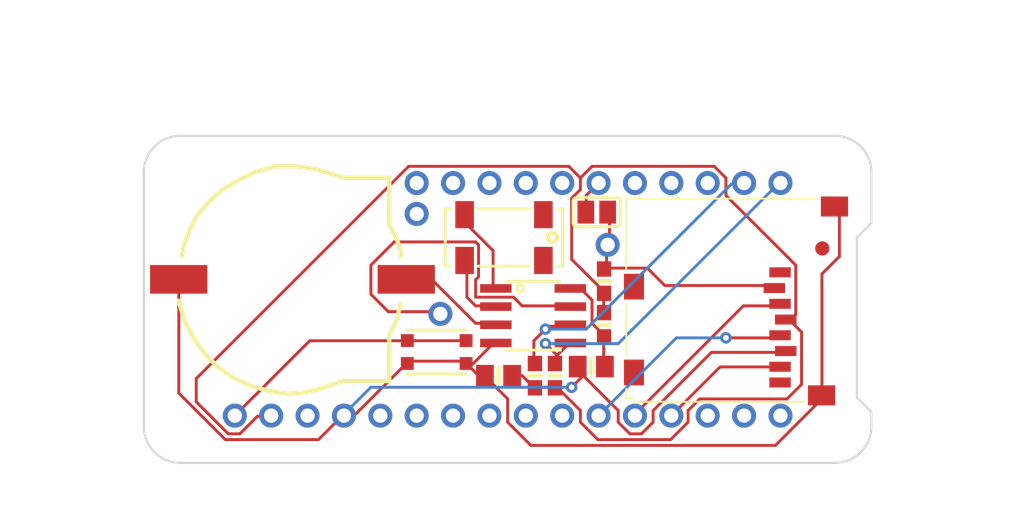
<source format=kicad_pcb>
(kicad_pcb (version 20171130) (host pcbnew "(5.1.4-0-10_14)")

  (general
    (thickness 1.6)
    (drawings 19)
    (tracks 185)
    (zones 0)
    (modules 18)
    (nets 35)
  )

  (page A4)
  (layers
    (0 Top signal)
    (31 Bottom signal)
    (32 B.Adhes user)
    (33 F.Adhes user)
    (34 B.Paste user)
    (35 F.Paste user)
    (36 B.SilkS user)
    (37 F.SilkS user)
    (38 B.Mask user)
    (39 F.Mask user)
    (40 Dwgs.User user)
    (41 Cmts.User user)
    (42 Eco1.User user)
    (43 Eco2.User user)
    (44 Edge.Cuts user)
    (45 Margin user)
    (46 B.CrtYd user)
    (47 F.CrtYd user)
    (48 B.Fab user)
    (49 F.Fab user)
  )

  (setup
    (last_trace_width 0.1524)
    (trace_clearance 0.1524)
    (zone_clearance 0.508)
    (zone_45_only no)
    (trace_min 0.1524)
    (via_size 0.8001)
    (via_drill 0.4)
    (via_min_size 0.8001)
    (via_min_drill 0.3)
    (uvia_size 0.3)
    (uvia_drill 0.1)
    (uvias_allowed no)
    (uvia_min_size 0.2)
    (uvia_min_drill 0.1)
    (edge_width 0.05)
    (segment_width 0.2)
    (pcb_text_width 0.3)
    (pcb_text_size 1.5 1.5)
    (mod_edge_width 0.12)
    (mod_text_size 1 1)
    (mod_text_width 0.15)
    (pad_size 1.524 1.524)
    (pad_drill 0.762)
    (pad_to_mask_clearance 0.051)
    (solder_mask_min_width 0.25)
    (aux_axis_origin 0 0)
    (visible_elements FFFFEF7F)
    (pcbplotparams
      (layerselection 0x010fc_ffffffff)
      (usegerberextensions false)
      (usegerberattributes false)
      (usegerberadvancedattributes false)
      (creategerberjobfile false)
      (excludeedgelayer true)
      (linewidth 0.100000)
      (plotframeref false)
      (viasonmask false)
      (mode 1)
      (useauxorigin false)
      (hpglpennumber 1)
      (hpglpenspeed 20)
      (hpglpendiameter 15.000000)
      (psnegative false)
      (psa4output false)
      (plotreference true)
      (plotvalue true)
      (plotinvisibletext false)
      (padsonsilk false)
      (subtractmaskfromsilk false)
      (outputformat 1)
      (mirror false)
      (drillshape 1)
      (scaleselection 1)
      (outputdirectory ""))
  )

  (net 0 "")
  (net 1 G)
  (net 2 TX)
  (net 3 RX)
  (net 4 F)
  (net 5 E)
  (net 6 D)
  (net 7 C)
  (net 8 B)
  (net 9 A)
  (net 10 AREF)
  (net 11 USB)
  (net 12 N)
  (net 13 M)
  (net 14 L)
  (net 15 J)
  (net 16 I)
  (net 17 H)
  (net 18 SCL)
  (net 19 SDA)
  (net 20 GND)
  (net 21 MOSI)
  (net 22 MISO)
  (net 23 SCK)
  (net 24 +3V3)
  (net 25 SD_CS)
  (net 26 RESET)
  (net 27 N$7)
  (net 28 N$8)
  (net 29 VBAT)
  (net 30 EN)
  (net 31 CR1220)
  (net 32 INT1)
  (net 33 CS)
  (net 34 N$1)

  (net_class Default "This is the default net class."
    (clearance 0.1524)
    (trace_width 0.1524)
    (via_dia 0.8001)
    (via_drill 0.4)
    (uvia_dia 0.3)
    (uvia_drill 0.1)
    (add_net +3V3)
    (add_net A)
    (add_net AREF)
    (add_net B)
    (add_net C)
    (add_net CR1220)
    (add_net CS)
    (add_net D)
    (add_net E)
    (add_net EN)
    (add_net F)
    (add_net G)
    (add_net GND)
    (add_net H)
    (add_net I)
    (add_net INT1)
    (add_net J)
    (add_net L)
    (add_net M)
    (add_net MISO)
    (add_net MOSI)
    (add_net N)
    (add_net N$1)
    (add_net N$7)
    (add_net N$8)
    (add_net RESET)
    (add_net RX)
    (add_net SCK)
    (add_net SCL)
    (add_net SDA)
    (add_net SD_CS)
    (add_net TX)
    (add_net USB)
    (add_net VBAT)
  )

  (module SOLDERJUMPER_CLOSEDWIRE (layer Top) (tedit 5DDD83E7) (tstamp 5D7BF823)
    (at 154.7241 98.9076)
    (fp_text reference SJ1 (at -1.651 -1.27) (layer F.SilkS) hide
      (effects (font (size 0.77216 0.77216) (thickness 0.146304)) (justify left bottom))
    )
    (fp_text value "" (at -1.524 1.651) (layer F.Fab)
      (effects (font (size 0.38608 0.38608) (thickness 0.038608)) (justify left bottom))
    )
    (fp_poly (pts (xy -1.27 -0.762) (xy 1.27 -0.762) (xy 1.27 0.762) (xy -1.27 0.762)) (layer F.Mask) (width 0))
    (fp_arc (start 0.254 0) (end 0.254 -0.127) (angle 180) (layer F.Fab) (width 1.27))
    (fp_arc (start -0.254 0) (end -0.254 0.127) (angle 180) (layer F.Fab) (width 1.27))
    (fp_line (start -1.016 0) (end -1.524 0) (layer F.Fab) (width 0.2032))
    (fp_line (start 1.016 0) (end 1.524 0) (layer F.Fab) (width 0.2032))
    (fp_line (start -1.397 -1.016) (end 1.397 -1.016) (layer F.SilkS) (width 0.2032))
    (fp_line (start -1.651 0.762) (end -1.651 -0.762) (layer F.SilkS) (width 0.2032))
    (fp_line (start 1.651 0.762) (end 1.651 -0.762) (layer F.SilkS) (width 0.2032))
    (fp_arc (start 1.397 0.762) (end 1.397 1.016) (angle -90) (layer F.SilkS) (width 0.2032))
    (fp_arc (start -1.397 0.762) (end -1.651 0.762) (angle -90) (layer F.SilkS) (width 0.2032))
    (fp_arc (start -1.397 -0.762) (end -1.651 -0.762) (angle 90) (layer F.SilkS) (width 0.2032))
    (fp_arc (start 1.397 -0.762) (end 1.397 -1.016) (angle 90) (layer F.SilkS) (width 0.2032))
    (fp_line (start 1.397 1.016) (end -1.397 1.016) (layer F.SilkS) (width 0.2032))
    (fp_poly (pts (xy 1.7 -0.95) (xy 1.7 0.95) (xy -1.7 0.95) (xy -1.7 -0.95)) (layer F.CrtYd) (width 0.1))
    (pad 2 smd rect (at 0.762 0) (size 1.1684 1.6002) (layers Top F.Mask)
      (net 25 SD_CS) (solder_mask_margin 0.0508))
    (pad 1 smd rect (at -0.762 0) (size 1.1684 1.6002) (layers Top F.Mask)
      (net 33 CS) (solder_mask_margin 0.0508))
  )

  (module 0603-NO (layer Top) (tedit 5DDD83D2) (tstamp 5D7BF78B)
    (at 150.4061 110.3376 270)
    (fp_text reference R2 (at 1.778 0.127 90) (layer F.SilkS) hide
      (effects (font (size 0.77216 0.77216) (thickness 0.146304)) (justify left top))
    )
    (fp_text value 10K (at 1.778 0.762 90) (layer F.Fab) hide
      (effects (font (size 0.38608 0.38608) (thickness 0.04064)) (justify left top))
    )
    (fp_line (start 0 -0.4) (end 0 0.4) (layer F.SilkS) (width 0.3048))
    (fp_poly (pts (xy -0.1999 0.3) (xy 0.1999 0.3) (xy 0.1999 -0.3) (xy -0.1999 -0.3)) (layer F.Adhes) (width 0))
    (fp_poly (pts (xy 0.3302 0.4699) (xy 0.8303 0.4699) (xy 0.8303 -0.4801) (xy 0.3302 -0.4801)) (layer F.Fab) (width 0))
    (fp_poly (pts (xy -0.8382 0.4699) (xy -0.3381 0.4699) (xy -0.3381 -0.4801) (xy -0.8382 -0.4801)) (layer F.Fab) (width 0))
    (fp_line (start -0.356 0.419) (end 0.356 0.419) (layer F.Fab) (width 0.1016))
    (fp_line (start -0.356 -0.432) (end 0.356 -0.432) (layer F.Fab) (width 0.1016))
    (fp_poly (pts (xy -1.5 -0.65) (xy 1.5 -0.65) (xy 1.5 0.65) (xy -1.5 0.65)) (layer F.CrtYd) (width 0.1))
    (pad 2 smd rect (at 0.85 0 270) (size 1.075 1) (layers Top F.Paste F.Mask)
      (net 24 +3V3) (solder_mask_margin 0.0508))
    (pad 1 smd rect (at -0.85 0 270) (size 1.075 1) (layers Top F.Paste F.Mask)
      (net 18 SCL) (solder_mask_margin 0.0508))
  )

  (module 0603-NO (layer Top) (tedit 5DDD83A5) (tstamp 5D7BF77C)
    (at 151.8031 110.3376 270)
    (fp_text reference R1 (at 1.778 0.127 270) (layer F.SilkS) hide
      (effects (font (size 0.77216 0.77216) (thickness 0.146304)) (justify right top))
    )
    (fp_text value 10K (at 1.778 0.762 270) (layer F.Fab) hide
      (effects (font (size 0.38608 0.38608) (thickness 0.04064)) (justify right top))
    )
    (fp_line (start 0 -0.4) (end 0 0.4) (layer F.SilkS) (width 0.3048))
    (fp_poly (pts (xy -0.1999 0.3) (xy 0.1999 0.3) (xy 0.1999 -0.3) (xy -0.1999 -0.3)) (layer F.Adhes) (width 0))
    (fp_poly (pts (xy 0.3302 0.4699) (xy 0.8303 0.4699) (xy 0.8303 -0.4801) (xy 0.3302 -0.4801)) (layer F.Fab) (width 0))
    (fp_poly (pts (xy -0.8382 0.4699) (xy -0.3381 0.4699) (xy -0.3381 -0.4801) (xy -0.8382 -0.4801)) (layer F.Fab) (width 0))
    (fp_line (start -0.356 0.419) (end 0.356 0.419) (layer F.Fab) (width 0.1016))
    (fp_line (start -0.356 -0.432) (end 0.356 -0.432) (layer F.Fab) (width 0.1016))
    (fp_poly (pts (xy -1.5 -0.7) (xy 1.5 -0.7) (xy 1.5 0.7) (xy -1.5 0.7)) (layer F.CrtYd) (width 0.1))
    (pad 2 smd rect (at 0.85 0 270) (size 1.075 1) (layers Top F.Paste F.Mask)
      (net 24 +3V3) (solder_mask_margin 0.0508))
    (pad 1 smd rect (at -0.85 0 270) (size 1.075 1) (layers Top F.Paste F.Mask)
      (net 19 SDA) (solder_mask_margin 0.0508))
  )

  (module 0603-NO (layer Top) (tedit 5DD87271) (tstamp 5D7BF79A)
    (at 155.2321 103.7336 270)
    (fp_text reference R3 (at 1.778 0.127 90) (layer F.SilkS) hide
      (effects (font (size 0.77216 0.77216) (thickness 0.146304)) (justify left top))
    )
    (fp_text value 100K (at 1.778 0.762 90) (layer F.Fab) hide
      (effects (font (size 0.38608 0.38608) (thickness 0.04064)) (justify left top))
    )
    (fp_line (start 0 -0.4) (end 0 0.4) (layer F.SilkS) (width 0.3048))
    (fp_poly (pts (xy -0.1999 0.3) (xy 0.1999 0.3) (xy 0.1999 -0.3) (xy -0.1999 -0.3)) (layer F.Adhes) (width 0))
    (fp_poly (pts (xy 0.3302 0.4699) (xy 0.8303 0.4699) (xy 0.8303 -0.4801) (xy 0.3302 -0.4801)) (layer F.Fab) (width 0))
    (fp_poly (pts (xy -0.8382 0.4699) (xy -0.3381 0.4699) (xy -0.3381 -0.4801) (xy -0.8382 -0.4801)) (layer F.Fab) (width 0))
    (fp_line (start -0.356 0.419) (end 0.356 0.419) (layer F.Fab) (width 0.1016))
    (fp_line (start -0.356 -0.432) (end 0.356 -0.432) (layer F.Fab) (width 0.1016))
    (fp_line (start -1.473 0.729) (end -1.473 -0.729) (layer Dwgs.User) (width 0.0508))
    (fp_line (start 1.473 0.729) (end -1.473 0.729) (layer Dwgs.User) (width 0.0508))
    (fp_line (start 1.473 -0.729) (end 1.473 0.729) (layer Dwgs.User) (width 0.0508))
    (fp_line (start -1.473 -0.729) (end 1.473 -0.729) (layer Dwgs.User) (width 0.0508))
    (fp_poly (pts (xy -1.5 -0.75) (xy 1.5 -0.75) (xy 1.5 0.75) (xy -1.5 0.75)) (layer F.CrtYd) (width 0.1))
    (pad 2 smd rect (at 0.85 0 270) (size 1.075 1) (layers Top F.Paste F.Mask)
      (net 24 +3V3) (solder_mask_margin 0.0508))
    (pad 1 smd rect (at -0.85 0 270) (size 1.075 1) (layers Top F.Paste F.Mask)
      (net 25 SD_CS) (solder_mask_margin 0.0508))
  )

  (module 0603-NO (layer Top) (tedit 5DD87265) (tstamp 5D7BF85B)
    (at 155.2321 106.7816 270)
    (fp_text reference R4 (at 1.778 0.127 90) (layer F.SilkS) hide
      (effects (font (size 0.77216 0.77216) (thickness 0.146304)) (justify left top))
    )
    (fp_text value 1K (at 1.778 0.762 90) (layer F.Fab) hide
      (effects (font (size 0.38608 0.38608) (thickness 0.04064)) (justify left top))
    )
    (fp_line (start 0 -0.4) (end 0 0.4) (layer F.SilkS) (width 0.3048))
    (fp_poly (pts (xy -0.1999 0.3) (xy 0.1999 0.3) (xy 0.1999 -0.3) (xy -0.1999 -0.3)) (layer F.Adhes) (width 0))
    (fp_poly (pts (xy 0.3302 0.4699) (xy 0.8303 0.4699) (xy 0.8303 -0.4801) (xy 0.3302 -0.4801)) (layer F.Fab) (width 0))
    (fp_poly (pts (xy -0.8382 0.4699) (xy -0.3381 0.4699) (xy -0.3381 -0.4801) (xy -0.8382 -0.4801)) (layer F.Fab) (width 0))
    (fp_line (start -0.356 0.419) (end 0.356 0.419) (layer F.Fab) (width 0.1016))
    (fp_line (start -0.356 -0.432) (end 0.356 -0.432) (layer F.Fab) (width 0.1016))
    (fp_line (start -1.473 0.729) (end -1.473 -0.729) (layer Dwgs.User) (width 0.0508))
    (fp_line (start 1.473 0.729) (end -1.473 0.729) (layer Dwgs.User) (width 0.0508))
    (fp_line (start 1.473 -0.729) (end 1.473 0.729) (layer Dwgs.User) (width 0.0508))
    (fp_line (start -1.473 -0.729) (end 1.473 -0.729) (layer Dwgs.User) (width 0.0508))
    (fp_poly (pts (xy -1.5 -0.75) (xy 1.5 -0.75) (xy 1.5 0.75) (xy -1.5 0.75)) (layer F.CrtYd) (width 0.1))
    (pad 2 smd rect (at 0.85 0 270) (size 1.075 1) (layers Top F.Paste F.Mask)
      (net 34 N$1) (solder_mask_margin 0.0508))
    (pad 1 smd rect (at -0.85 0 270) (size 1.075 1) (layers Top F.Paste F.Mask)
      (net 24 +3V3) (solder_mask_margin 0.0508))
  )

  (module 0805-NO (layer Top) (tedit 5DD87254) (tstamp 5D7BF7D1)
    (at 154.3431 109.7026 180)
    (fp_text reference C1 (at 2.032 0.127) (layer F.SilkS) hide
      (effects (font (size 0.77216 0.77216) (thickness 0.146304)) (justify left top))
    )
    (fp_text value 10uF (at 2.032 0.762) (layer F.Fab) hide
      (effects (font (size 0.38608 0.38608) (thickness 0.04064)) (justify left top))
    )
    (fp_line (start 0 -0.508) (end 0 0.508) (layer F.SilkS) (width 0.3048))
    (fp_poly (pts (xy 0.3556 0.7239) (xy 1.1057 0.7239) (xy 1.1057 -0.7262) (xy 0.3556 -0.7262)) (layer F.Fab) (width 0))
    (fp_poly (pts (xy -1.0922 0.7239) (xy -0.3421 0.7239) (xy -0.3421 -0.7262) (xy -1.0922 -0.7262)) (layer F.Fab) (width 0))
    (fp_line (start -0.356 0.66) (end 0.381 0.66) (layer F.Fab) (width 0.1016))
    (fp_line (start -0.381 -0.66) (end 0.381 -0.66) (layer F.Fab) (width 0.1016))
    (fp_poly (pts (xy -1.1 -0.65) (xy 1.2 -0.65) (xy 1.2 0.65) (xy -1.1 0.65)) (layer F.CrtYd) (width 0.1))
    (pad 2 smd rect (at 0.95 0 180) (size 1.24 1.5) (layers Top F.Paste F.Mask)
      (net 20 GND) (solder_mask_margin 0.0508))
    (pad 1 smd rect (at -0.95 0 180) (size 1.24 1.5) (layers Top F.Paste F.Mask)
      (net 34 N$1) (solder_mask_margin 0.0508))
  )

  (module 0805-NO (layer Top) (tedit 5DD87243) (tstamp 5D7BF86A)
    (at 147.8661 110.3376 180)
    (fp_text reference C2 (at 2.032 0.127) (layer F.SilkS) hide
      (effects (font (size 0.77216 0.77216) (thickness 0.146304)) (justify left top))
    )
    (fp_text value 10uF (at 2.032 0.762) (layer F.Fab) hide
      (effects (font (size 0.38608 0.38608) (thickness 0.04064)) (justify left top))
    )
    (fp_line (start 0 -0.508) (end 0 0.508) (layer F.SilkS) (width 0.3048))
    (fp_poly (pts (xy 0.3556 0.7239) (xy 1.1057 0.7239) (xy 1.1057 -0.7262) (xy 0.3556 -0.7262)) (layer F.Fab) (width 0))
    (fp_poly (pts (xy -1.0922 0.7239) (xy -0.3421 0.7239) (xy -0.3421 -0.7262) (xy -1.0922 -0.7262)) (layer F.Fab) (width 0))
    (fp_line (start -0.356 0.66) (end 0.381 0.66) (layer F.Fab) (width 0.1016))
    (fp_line (start -0.381 -0.66) (end 0.381 -0.66) (layer F.Fab) (width 0.1016))
    (fp_poly (pts (xy -1.1 -0.65) (xy 1.2 -0.65) (xy 1.2 0.65) (xy -1.1 0.65)) (layer F.CrtYd) (width 0.1))
    (pad 2 smd rect (at 0.95 0 180) (size 1.24 1.5) (layers Top F.Paste F.Mask)
      (net 20 GND) (solder_mask_margin 0.0508))
    (pad 1 smd rect (at -0.95 0 180) (size 1.24 1.5) (layers Top F.Paste F.Mask)
      (net 24 +3V3) (solder_mask_margin 0.0508))
  )

  (module BTN_KMR2_4.6X2.8 (layer Top) (tedit 5DD8722D) (tstamp 5D7BF71E)
    (at 143.5481 108.6866 180)
    (fp_text reference SW1 (at -2.032 -1.778) (layer F.SilkS) hide
      (effects (font (size 0.77216 0.77216) (thickness 0.146304)) (justify left top))
    )
    (fp_text value KMR2 (at -2.032 2.159) (layer F.Fab) hide
      (effects (font (size 0.38608 0.38608) (thickness 0.04064)) (justify left top))
    )
    (fp_line (start 2.1 1.5254) (end -2.1 1.5254) (layer F.SilkS) (width 0.2032))
    (fp_line (start -2.1 -1.5254) (end 2.1 -1.5254) (layer F.SilkS) (width 0.2032))
    (fp_line (start 1.05 0.8) (end -1.05 0.8) (layer F.Fab) (width 0.2032))
    (fp_arc (start -0.881399 0) (end 1.05 -0.8) (angle 44.999389) (layer F.Fab) (width 0.2032))
    (fp_line (start -1.05 -0.8) (end 1.05 -0.8) (layer F.Fab) (width 0.2032))
    (fp_arc (start 0.881399 0) (end -1.05 0.8) (angle 44.999389) (layer F.Fab) (width 0.2032))
    (fp_line (start -2.1 1.4) (end -2.1 -1.4) (layer F.Fab) (width 0.2032))
    (fp_line (start 2.1 1.4) (end -2.1 1.4) (layer F.Fab) (width 0.2032))
    (fp_line (start 2.1 -1.4) (end 2.1 1.4) (layer F.Fab) (width 0.2032))
    (fp_line (start -2.1 -1.4) (end 2.1 -1.4) (layer F.Fab) (width 0.2032))
    (fp_line (start 0 -0.2) (end 0.3 0.1) (layer F.Fab) (width 0.127))
    (fp_line (start 0 0.4) (end 0 0.3) (layer F.Fab) (width 0.127))
    (fp_line (start 0 -0.4) (end 0 -0.2) (layer F.Fab) (width 0.127))
    (fp_line (start 0 0.4) (end 0.4 0.4) (layer F.Fab) (width 0.127))
    (fp_line (start -0.4 0.4) (end 0 0.4) (layer F.Fab) (width 0.127))
    (fp_line (start 0 -0.4) (end 0.4 -0.4) (layer F.Fab) (width 0.127))
    (fp_line (start -0.4 -0.4) (end 0 -0.4) (layer F.Fab) (width 0.127))
    (fp_poly (pts (xy -2.1 -1.5254) (xy 2.1 -1.5254) (xy 2.1 1.5254) (xy -2.1 1.5254)) (layer F.CrtYd) (width 0.1))
    (pad A' smd rect (at -2.05 -0.8 180) (size 0.9 0.9) (layers Top F.Paste F.Mask)
      (net 20 GND) (solder_mask_margin 0.0508))
    (pad B' smd rect (at -2.05 0.8 180) (size 0.9 0.9) (layers Top F.Paste F.Mask)
      (net 26 RESET) (solder_mask_margin 0.0508))
    (pad B smd rect (at 2.05 0.8 180) (size 0.9 0.9) (layers Top F.Paste F.Mask)
      (net 26 RESET) (solder_mask_margin 0.0508))
    (pad A smd rect (at 2.05 -0.8 180) (size 0.9 0.9) (layers Top F.Paste F.Mask)
      (net 20 GND) (solder_mask_margin 0.0508))
  )

  (module SOIC8_150MIL (layer Top) (tedit 5DD8720B) (tstamp 5D7BF736)
    (at 150.2791 106.1466 270)
    (descr "<b>Small Outline IC - 150mil Wide</b>")
    (fp_text reference IC1 (at -1.905 -0.381 90) (layer F.SilkS) hide
      (effects (font (size 0.77216 0.77216) (thickness 0.146304)) (justify left top))
    )
    (fp_text value PCF8523T (at -1.905 0.381 90) (layer F.Fab) hide
      (effects (font (size 0.38608 0.38608) (thickness 0.04064)) (justify left top))
    )
    (fp_poly (pts (xy -2.15 -2) (xy -1.66 -2) (xy -1.66 -3.1) (xy -2.15 -3.1)) (layer F.Fab) (width 0))
    (fp_poly (pts (xy -0.88 -2) (xy -0.39 -2) (xy -0.39 -3.1) (xy -0.88 -3.1)) (layer F.Fab) (width 0))
    (fp_poly (pts (xy 0.39 -2) (xy 0.88 -2) (xy 0.88 -3.1) (xy 0.39 -3.1)) (layer F.Fab) (width 0))
    (fp_poly (pts (xy 1.66 -2) (xy 2.15 -2) (xy 2.15 -3.1) (xy 1.66 -3.1)) (layer F.Fab) (width 0))
    (fp_poly (pts (xy 1.66 3.1) (xy 2.15 3.1) (xy 2.15 2) (xy 1.66 2)) (layer F.Fab) (width 0))
    (fp_poly (pts (xy 0.39 3.1) (xy 0.88 3.1) (xy 0.88 2) (xy 0.39 2)) (layer F.Fab) (width 0))
    (fp_poly (pts (xy -0.88 3.1) (xy -0.39 3.1) (xy -0.39 2) (xy -0.88 2)) (layer F.Fab) (width 0))
    (fp_poly (pts (xy -2.15 3.1) (xy -1.66 3.1) (xy -1.66 2) (xy -2.15 2)) (layer F.Fab) (width 0))
    (fp_circle (center -1.9304 0.889) (end -1.6764 0.889) (layer F.SilkS) (width 0.2032))
    (fp_line (start 2.4 -1.9) (end 2.4 1.9) (layer F.SilkS) (width 0.2032))
    (fp_line (start -2.4 1.9) (end -2.4 -1.9) (layer F.SilkS) (width 0.2032))
    (fp_line (start -2.4 -1.9) (end 2.4 -1.9) (layer F.Fab) (width 0.2032))
    (fp_line (start 2.4 1.4) (end -2.4 1.4) (layer F.Fab) (width 0.2032))
    (fp_line (start -2.4 1.4) (end -2.4 -1.9) (layer F.Fab) (width 0.2032))
    (fp_line (start -2.4 1.9) (end -2.4 1.4) (layer F.Fab) (width 0.2032))
    (fp_line (start 2.4 1.9) (end -2.4 1.9) (layer F.Fab) (width 0.2032))
    (fp_line (start 2.4 1.4) (end 2.4 1.9) (layer F.Fab) (width 0.2032))
    (fp_line (start 2.4 -1.9) (end 2.4 1.4) (layer F.Fab) (width 0.2032))
    (fp_poly (pts (xy -2.4 -1.9) (xy 2.4 -1.9) (xy 2.4 1.9) (xy -2.4 1.9)) (layer F.CrtYd) (width 0.1))
    (pad 5 smd rect (at 1.905 -2.6 270) (size 0.6 2.2) (layers Top F.Paste F.Mask)
      (net 19 SDA) (solder_mask_margin 0.0508))
    (pad 6 smd rect (at 0.635 -2.6 270) (size 0.6 2.2) (layers Top F.Paste F.Mask)
      (net 18 SCL) (solder_mask_margin 0.0508))
    (pad 8 smd rect (at -1.905 -2.6 270) (size 0.6 2.2) (layers Top F.Paste F.Mask)
      (net 34 N$1) (solder_mask_margin 0.0508))
    (pad 4 smd rect (at 1.905 2.6 270) (size 0.6 2.2) (layers Top F.Paste F.Mask)
      (net 20 GND) (solder_mask_margin 0.0508))
    (pad 3 smd rect (at 0.635 2.6 270) (size 0.6 2.2) (layers Top F.Paste F.Mask)
      (net 31 CR1220) (solder_mask_margin 0.0508))
    (pad 1 smd rect (at -1.905 2.6 270) (size 0.6 2.2) (layers Top F.Paste F.Mask)
      (net 27 N$7) (solder_mask_margin 0.0508))
    (pad 7 smd rect (at -0.635 -2.6 270) (size 0.6 2.2) (layers Top F.Paste F.Mask)
      (net 32 INT1) (solder_mask_margin 0.0508))
    (pad 2 smd rect (at -0.635 2.6 270) (size 0.6 2.2) (layers Top F.Paste F.Mask)
      (net 28 N$8) (solder_mask_margin 0.0508))
  )

  (module CRYSTAL_8X3.8 (layer Top) (tedit 5DD871D5) (tstamp 5D7BF753)
    (at 148.2471 100.6856)
    (descr "<p>8.0x3.8x2.5mm SMT Crystal</p>\n<p>Source: http://www.abracon.com/Resonators/abs25.pdf</p>")
    (fp_text reference Y1 (at -1.9 -2.854) (layer F.SilkS) hide
      (effects (font (size 0.77216 0.77216) (thickness 0.146304)) (justify left bottom))
    )
    (fp_text value 32khz (at -1.9 -2.327) (layer F.Fab) hide
      (effects (font (size 0.38608 0.38608) (thickness 0.04064)) (justify left bottom))
    )
    (fp_circle (center 3.3782 -0.0254) (end 3.701487 -0.0254) (layer F.SilkS) (width 0.3048))
    (fp_line (start 4.1 2) (end 3.7 2) (layer F.SilkS) (width 0.2032))
    (fp_line (start 4.1 -2) (end 4.1 2) (layer F.SilkS) (width 0.2032))
    (fp_line (start 3.7 -2) (end 4.1 -2) (layer F.SilkS) (width 0.2032))
    (fp_line (start -1.8 -2) (end 1.8 -2) (layer F.SilkS) (width 0.2032))
    (fp_line (start -1.8 2) (end 1.8 2) (layer F.SilkS) (width 0.2032))
    (fp_line (start -4.1 2) (end -3.7 2) (layer F.SilkS) (width 0.2032))
    (fp_line (start -4.1 -2) (end -4.1 2) (layer F.SilkS) (width 0.2032))
    (fp_line (start -3.7 -2) (end -4.1 -2) (layer F.SilkS) (width 0.2032))
    (fp_line (start 3.75 1.5) (end -3.25 1.5) (layer F.Fab) (width 0.2032))
    (fp_line (start 3.75 -1.5) (end 3.75 1.5) (layer F.Fab) (width 0.2032))
    (fp_line (start -3.25 -1.5) (end 3.75 -1.5) (layer F.Fab) (width 0.2032))
    (fp_line (start -3.25 1.5) (end -3.25 0.75) (layer F.Fab) (width 0.2032))
    (fp_line (start -4 1.75) (end -3.25 1.5) (layer F.Fab) (width 0.2032))
    (fp_line (start -3.25 -1.5) (end -3.25 -0.75) (layer F.Fab) (width 0.2032))
    (fp_line (start -4 -1.75) (end -3.25 -1.5) (layer F.Fab) (width 0.2032))
    (fp_circle (center -2.75 1.25) (end -2.5 1.25) (layer F.Fab) (width 0.2032))
    (fp_circle (center -2.75 -1.25) (end -2.5 -1.25) (layer F.Fab) (width 0.2032))
    (fp_line (start -2.75 0.5) (end -2.75 1.25) (layer F.Fab) (width 0.2032))
    (fp_line (start -2.75 -0.5) (end -2.75 -1.25) (layer F.Fab) (width 0.2032))
    (fp_line (start -2.75 0.5) (end -2 0.5) (layer F.Fab) (width 0.2032))
    (fp_line (start -3.5 0.5) (end -2.75 0.5) (layer F.Fab) (width 0.2032))
    (fp_line (start -2.75 -0.5) (end -2 -0.5) (layer F.Fab) (width 0.2032))
    (fp_line (start -3.5 -0.5) (end -2.75 -0.5) (layer F.Fab) (width 0.2032))
    (fp_line (start -3.5 0.25) (end -3.5 -0.25) (layer F.Fab) (width 0.2032))
    (fp_line (start -2 0.25) (end -3.5 0.25) (layer F.Fab) (width 0.2032))
    (fp_line (start -2 -0.25) (end -2 0.25) (layer F.Fab) (width 0.2032))
    (fp_line (start -3.5 -0.25) (end -2 -0.25) (layer F.Fab) (width 0.2032))
    (fp_line (start -4 -1.75) (end -4 -1.9) (layer F.Fab) (width 0.2032))
    (fp_line (start -4 1.75) (end -4 -1.75) (layer F.Fab) (width 0.2032))
    (fp_line (start -4 1.9) (end -4 1.75) (layer F.Fab) (width 0.2032))
    (fp_line (start 4 1.9) (end -4 1.9) (layer F.Fab) (width 0.2032))
    (fp_line (start 4 -1.9) (end 4 1.9) (layer F.Fab) (width 0.2032))
    (fp_line (start -4 -1.9) (end 4 -1.9) (layer F.Fab) (width 0.2032))
    (fp_poly (pts (xy -4.1 -2) (xy 4.1 -2) (xy 4.1 2) (xy -4.1 2)) (layer F.CrtYd) (width 0.1))
    (pad P$4 smd rect (at -2.75 -1.6) (size 1.3 1.9) (layers Top F.Paste F.Mask)
      (net 27 N$7) (solder_mask_margin 0.0508))
    (pad P$3 smd rect (at 2.75 -1.6) (size 1.3 1.9) (layers Top F.Paste F.Mask)
      (solder_mask_margin 0.0508))
    (pad P$2 smd rect (at 2.75 1.6) (size 1.3 1.9) (layers Top F.Paste F.Mask)
      (solder_mask_margin 0.0508))
    (pad P$1 smd rect (at -2.75 1.6) (size 1.3 1.9) (layers Top F.Paste F.Mask)
      (net 28 N$8) (solder_mask_margin 0.0508))
  )

  (module MICROSD locked (layer Top) (tedit 5DD87185) (tstamp 5D7BF619)
    (at 156.8831 112.1156 90)
    (descr "Courtesy: Adafruit Industries")
    (fp_text reference X4 (at 1.18 7.69 90) (layer F.SilkS) hide
      (effects (font (size 0.77216 0.77216) (thickness 0.146304)) (justify left bottom))
    )
    (fp_text value microsd (at 1.18 8.833 90) (layer F.Fab) hide
      (effects (font (size 0.38608 0.38608) (thickness 0.04064)) (justify left bottom))
    )
    (fp_line (start 14.15 -0.1) (end 14.15 13.25) (layer F.SilkS) (width 0.127))
    (fp_line (start 9.1 -0.1) (end 14.15 -0.1) (layer F.SilkS) (width 0.127))
    (fp_line (start 3.15 -0.1) (end 6.85 -0.1) (layer F.SilkS) (width 0.127))
    (fp_line (start -0.05 0.4) (end -0.05 12.35) (layer F.SilkS) (width 0.127))
    (fp_line (start 0.2 0.4) (end -0.05 0.4) (layer F.SilkS) (width 0.127))
    (fp_line (start 0.2 -0.1) (end 0.2 0.4) (layer F.SilkS) (width 0.127))
    (fp_line (start 0.85 -0.1) (end 0.2 -0.1) (layer F.SilkS) (width 0.127))
    (fp_line (start 11.29 19.52) (end 11.29 16.67) (layer F.Fab) (width 0.1))
    (fp_arc (start 10.44 19.52) (end 10.44 20.37) (angle -90) (layer F.Fab) (width 0.1))
    (fp_line (start 1.14 20.37) (end 10.44 20.37) (layer F.Fab) (width 0.1))
    (fp_arc (start 1.14 19.52) (end 0.29 19.52) (angle -90) (layer F.Fab) (width 0.1))
    (fp_line (start 0.29 16.72) (end 0.29 19.52) (layer F.Fab) (width 0.1))
    (fp_arc (start 10.44 16.07) (end 10.44 16.92) (angle -90) (layer F.Fab) (width 0.1))
    (fp_line (start 1.14 16.92) (end 10.44 16.92) (layer F.Fab) (width 0.1))
    (fp_arc (start 1.14 16.07) (end 0.29 16.07) (angle -90) (layer F.Fab) (width 0.1))
    (fp_line (start 0.29 15.92) (end 0.29 16.07) (layer F.Fab) (width 0.1))
    (fp_line (start 11.29 15.42) (end 11.29 14.12) (layer F.Fab) (width 0.1))
    (fp_arc (start 10.54 15.42) (end 10.54 16.17) (angle -90) (layer F.Fab) (width 0.1))
    (fp_line (start 1.09 16.17) (end 10.54 16.17) (layer F.Fab) (width 0.1))
    (fp_arc (start 1.09 15.42) (end 0.34 15.42) (angle -90) (layer F.Fab) (width 0.1))
    (fp_line (start 0.34 14.12) (end 0.34 15.42) (layer F.Fab) (width 0.1))
    (fp_line (start 9.19 11.17) (end 9.19 9.82) (layer F.Fab) (width 0.1))
    (fp_line (start 8.79 11.17) (end 9.19 11.17) (layer F.Fab) (width 0.1))
    (fp_line (start 8.79 9.77) (end 8.79 11.17) (layer F.Fab) (width 0.1))
    (fp_line (start 8.09 10.82) (end 8.09 9.77) (layer F.Fab) (width 0.1))
    (fp_line (start 7.69 10.82) (end 8.09 10.82) (layer F.Fab) (width 0.1))
    (fp_line (start 7.69 9.77) (end 7.69 10.82) (layer F.Fab) (width 0.1))
    (fp_line (start 6.99 11.22) (end 6.99 9.82) (layer F.Fab) (width 0.1))
    (fp_line (start 6.59 11.22) (end 6.99 11.22) (layer F.Fab) (width 0.1))
    (fp_line (start 6.59 9.77) (end 6.59 11.22) (layer F.Fab) (width 0.1))
    (fp_line (start 5.89 11.37) (end 5.54 11.37) (layer F.Fab) (width 0.1))
    (fp_line (start 5.89 9.92) (end 5.89 11.37) (layer F.Fab) (width 0.1))
    (fp_line (start 6.24 9.92) (end 6.24 9.77) (layer F.Fab) (width 0.1))
    (fp_line (start 5.89 9.92) (end 6.24 9.92) (layer F.Fab) (width 0.1))
    (fp_line (start 5.49 9.92) (end 5.89 9.92) (layer F.Fab) (width 0.1))
    (fp_line (start 4.79 11.22) (end 4.79 9.92) (layer F.Fab) (width 0.1))
    (fp_line (start 4.39 11.22) (end 4.79 11.22) (layer F.Fab) (width 0.1))
    (fp_line (start 4.39 9.77) (end 4.39 11.22) (layer F.Fab) (width 0.1))
    (fp_line (start 3.74 11.42) (end 3.74 9.97) (layer F.Fab) (width 0.1))
    (fp_line (start 3.29 11.42) (end 3.74 11.42) (layer F.Fab) (width 0.1))
    (fp_line (start 3.29 9.97) (end 3.29 11.42) (layer F.Fab) (width 0.1))
    (fp_line (start 4.04 9.97) (end 4.04 9.77) (layer F.Fab) (width 0.1))
    (fp_line (start 3.74 9.97) (end 4.04 9.97) (layer F.Fab) (width 0.1))
    (fp_line (start 3.29 9.97) (end 3.74 9.97) (layer F.Fab) (width 0.1))
    (fp_line (start 2.94 9.97) (end 3.29 9.97) (layer F.Fab) (width 0.1))
    (fp_line (start 2.94 9.77) (end 2.94 9.97) (layer F.Fab) (width 0.1))
    (fp_line (start 2.59 11.17) (end 2.59 9.77) (layer F.Fab) (width 0.1))
    (fp_line (start 2.19 11.17) (end 2.59 11.17) (layer F.Fab) (width 0.1))
    (fp_line (start 2.19 9.77) (end 2.19 11.17) (layer F.Fab) (width 0.1))
    (fp_line (start 1.49 11.17) (end 1.49 9.77) (layer F.Fab) (width 0.1))
    (fp_line (start 1.09 11.17) (end 1.49 11.17) (layer F.Fab) (width 0.1))
    (fp_line (start 1.09 9.82) (end 1.09 11.17) (layer F.Fab) (width 0.1))
    (fp_line (start 8.39 0.77) (end 8.39 0.17) (layer F.Fab) (width 0.1))
    (fp_line (start 8.29 0.77) (end 8.39 0.77) (layer F.Fab) (width 0.1))
    (fp_line (start 7.19 0.77) (end 7.19 0.17) (layer F.Fab) (width 0.1))
    (fp_line (start 7.39 0.77) (end 7.19 0.77) (layer F.Fab) (width 0.1))
    (fp_line (start 8.29 0.92) (end 8.54 0.92) (layer F.Fab) (width 0.1))
    (fp_line (start 7.39 0.92) (end 7.09 0.92) (layer F.Fab) (width 0.1))
    (fp_line (start 7.14 5.92) (end 8.44 5.92) (layer F.Fab) (width 0.1))
    (fp_line (start 7.39 0.47) (end 7.14 5.92) (layer F.Fab) (width 0.1))
    (fp_line (start 7.39 0.42) (end 7.39 0.47) (layer F.Fab) (width 0.1))
    (fp_arc (start 7.54 0.47) (end 7.59 0.32) (angle -90) (layer F.Fab) (width 0.1))
    (fp_line (start 7.59 1.27) (end 7.59 0.32) (layer F.Fab) (width 0.1))
    (fp_arc (start 7.84 1.27) (end 7.84 1.52) (angle 90) (layer F.Fab) (width 0.1))
    (fp_line (start 7.79 1.52) (end 7.84 1.52) (layer F.Fab) (width 0.1))
    (fp_arc (start 7.79 1.27) (end 8.04 1.27) (angle 90) (layer F.Fab) (width 0.1))
    (fp_line (start 8.04 0.32) (end 8.04 1.27) (layer F.Fab) (width 0.1))
    (fp_arc (start 8.04 0.52) (end 8.24 0.52) (angle -90) (layer F.Fab) (width 0.1))
    (fp_line (start 8.24 0.57) (end 8.24 0.52) (layer F.Fab) (width 0.1))
    (fp_line (start 8.44 5.92) (end 8.24 0.57) (layer F.Fab) (width 0.1))
    (fp_arc (start 8.59 5.92) (end 8.59 6.07) (angle 90) (layer F.Fab) (width 0.1))
    (fp_arc (start 8.59 5.92) (end 8.74 5.92) (angle 90) (layer F.Fab) (width 0.1))
    (fp_line (start 8.74 5.87) (end 8.74 5.92) (layer F.Fab) (width 0.1))
    (fp_line (start 8.49 -0.03) (end 8.74 5.87) (layer F.Fab) (width 0.1))
    (fp_line (start 7.14 0.12) (end 8.49 0.12) (layer F.Fab) (width 0.1))
    (fp_line (start 6.84 5.92) (end 7.09 -0.03) (layer F.Fab) (width 0.1))
    (fp_arc (start 6.99 5.92) (end 6.99 6.07) (angle 90) (layer F.Fab) (width 0.1))
    (fp_arc (start 6.99 5.92) (end 7.14 5.92) (angle 90) (layer F.Fab) (width 0.1))
    (fp_line (start 2.69 0.77) (end 2.69 0.17) (layer F.Fab) (width 0.1))
    (fp_line (start 2.59 0.77) (end 2.69 0.77) (layer F.Fab) (width 0.1))
    (fp_line (start 1.49 0.77) (end 1.49 0.17) (layer F.Fab) (width 0.1))
    (fp_line (start 1.69 0.77) (end 1.49 0.77) (layer F.Fab) (width 0.1))
    (fp_line (start 2.59 0.92) (end 2.84 0.92) (layer F.Fab) (width 0.1))
    (fp_line (start 1.69 0.92) (end 1.39 0.92) (layer F.Fab) (width 0.1))
    (fp_line (start 1.44 5.92) (end 2.74 5.92) (layer F.Fab) (width 0.1))
    (fp_line (start 1.69 0.47) (end 1.44 5.92) (layer F.Fab) (width 0.1))
    (fp_line (start 1.69 0.42) (end 1.69 0.47) (layer F.Fab) (width 0.1))
    (fp_arc (start 1.84 0.47) (end 1.89 0.32) (angle -90) (layer F.Fab) (width 0.1))
    (fp_line (start 1.89 1.27) (end 1.89 0.32) (layer F.Fab) (width 0.1))
    (fp_arc (start 2.14 1.27) (end 2.14 1.52) (angle 90) (layer F.Fab) (width 0.1))
    (fp_line (start 2.09 1.52) (end 2.14 1.52) (layer F.Fab) (width 0.1))
    (fp_arc (start 2.09 1.27) (end 2.34 1.27) (angle 90) (layer F.Fab) (width 0.1))
    (fp_line (start 2.34 0.32) (end 2.34 1.27) (layer F.Fab) (width 0.1))
    (fp_arc (start 2.34 0.52) (end 2.54 0.52) (angle -90) (layer F.Fab) (width 0.1))
    (fp_line (start 2.54 0.57) (end 2.54 0.52) (layer F.Fab) (width 0.1))
    (fp_line (start 2.74 5.92) (end 2.54 0.57) (layer F.Fab) (width 0.1))
    (fp_arc (start 2.89 5.92) (end 2.89 6.07) (angle 90) (layer F.Fab) (width 0.1))
    (fp_arc (start 2.89 5.92) (end 3.04 5.92) (angle 90) (layer F.Fab) (width 0.1))
    (fp_line (start 3.04 5.87) (end 3.04 5.92) (layer F.Fab) (width 0.1))
    (fp_line (start 2.79 -0.03) (end 3.04 5.87) (layer F.Fab) (width 0.1))
    (fp_line (start 1.44 0.12) (end 2.79 0.12) (layer F.Fab) (width 0.1))
    (fp_line (start 1.14 5.92) (end 1.39 -0.03) (layer F.Fab) (width 0.1))
    (fp_arc (start 1.29 5.92) (end 1.29 6.07) (angle 90) (layer F.Fab) (width 0.1))
    (fp_arc (start 1.29 5.92) (end 1.44 5.92) (angle 90) (layer F.Fab) (width 0.1))
    (fp_line (start 9.99 6.37) (end 9.99 3.87) (layer F.Fab) (width 0.1))
    (fp_arc (start 10.19 6.37) (end 10.19 6.57) (angle 90) (layer F.Fab) (width 0.1))
    (fp_line (start 10.24 6.57) (end 10.19 6.57) (layer F.Fab) (width 0.1))
    (fp_arc (start 10.24 6.32) (end 10.49 6.32) (angle 90) (layer F.Fab) (width 0.1))
    (fp_line (start 10.49 3.87) (end 10.49 6.32) (layer F.Fab) (width 0.1))
    (fp_arc (start 10.29 3.87) (end 10.29 3.67) (angle 90) (layer F.Fab) (width 0.1))
    (fp_line (start 10.19 3.67) (end 10.29 3.67) (layer F.Fab) (width 0.1))
    (fp_arc (start 10.19 3.87) (end 9.99 3.87) (angle 90) (layer F.Fab) (width 0.1))
    (fp_arc (start 1.29 10.12) (end 0.94 10.12) (angle 90) (layer F.Fab) (width 0.1))
    (fp_line (start 0.94 11.22) (end 0.94 10.12) (layer F.Fab) (width 0.1))
    (fp_arc (start 1.29 11.22) (end 1.29 11.57) (angle 90) (layer F.Fab) (width 0.1))
    (fp_line (start 4.49 11.57) (end 1.29 11.57) (layer F.Fab) (width 0.1))
    (fp_arc (start 4.49 11.22) (end 4.84 11.22) (angle 90) (layer F.Fab) (width 0.1))
    (fp_line (start 4.84 10.02) (end 4.84 11.22) (layer F.Fab) (width 0.1))
    (fp_arc (start 4.59 10.02) (end 4.59 9.77) (angle 90) (layer F.Fab) (width 0.1))
    (fp_line (start 4.39 9.77) (end 4.59 9.77) (layer F.Fab) (width 0.1))
    (fp_line (start 4.04 9.77) (end 4.39 9.77) (layer F.Fab) (width 0.1))
    (fp_line (start 2.94 9.77) (end 4.04 9.77) (layer F.Fab) (width 0.1))
    (fp_line (start 2.59 9.77) (end 2.94 9.77) (layer F.Fab) (width 0.1))
    (fp_line (start 2.19 9.77) (end 2.59 9.77) (layer F.Fab) (width 0.1))
    (fp_line (start 1.49 9.77) (end 2.19 9.77) (layer F.Fab) (width 0.1))
    (fp_line (start 1.29 9.77) (end 1.49 9.77) (layer F.Fab) (width 0.1))
    (fp_arc (start 5.74 10.07) (end 5.44 10.07) (angle 90) (layer F.Fab) (width 0.1))
    (fp_line (start 5.44 11.22) (end 5.44 10.07) (layer F.Fab) (width 0.1))
    (fp_arc (start 5.79 11.22) (end 5.79 11.57) (angle 90) (layer F.Fab) (width 0.1))
    (fp_line (start 8.99 11.57) (end 5.79 11.57) (layer F.Fab) (width 0.1))
    (fp_arc (start 8.99 11.22) (end 9.34 11.22) (angle 90) (layer F.Fab) (width 0.1))
    (fp_line (start 9.34 10.07) (end 9.34 11.22) (layer F.Fab) (width 0.1))
    (fp_arc (start 9.04 10.07) (end 9.04 9.77) (angle 90) (layer F.Fab) (width 0.1))
    (fp_line (start 8.79 9.77) (end 9.04 9.77) (layer F.Fab) (width 0.1))
    (fp_line (start 8.09 9.77) (end 8.79 9.77) (layer F.Fab) (width 0.1))
    (fp_line (start 7.69 9.77) (end 8.09 9.77) (layer F.Fab) (width 0.1))
    (fp_line (start 6.59 9.77) (end 7.69 9.77) (layer F.Fab) (width 0.1))
    (fp_line (start 6.24 9.77) (end 6.59 9.77) (layer F.Fab) (width 0.1))
    (fp_line (start 5.74 9.77) (end 6.24 9.77) (layer F.Fab) (width 0.1))
    (fp_line (start 11.94 6.47) (end 14.04 6.47) (layer F.Fab) (width 0.1))
    (fp_arc (start 11.94 6.82) (end 11.59 6.82) (angle 90) (layer F.Fab) (width 0.1))
    (fp_line (start 11.59 8.12) (end 11.59 6.82) (layer F.Fab) (width 0.1))
    (fp_arc (start 11.64 8.12) (end 11.64 8.17) (angle 90) (layer F.Fab) (width 0.1))
    (fp_line (start 11.84 8.37) (end 11.64 8.17) (layer F.Fab) (width 0.1))
    (fp_line (start 11.84 12.32) (end 11.84 8.37) (layer F.Fab) (width 0.1))
    (fp_arc (start 12.04 12.32) (end 12.04 12.52) (angle 90) (layer F.Fab) (width 0.1))
    (fp_line (start 12.09 12.52) (end 12.04 12.52) (layer F.Fab) (width 0.1))
    (fp_arc (start 12.09 12.32) (end 12.29 12.32) (angle 90) (layer F.Fab) (width 0.1))
    (fp_line (start 12.44 8.17) (end 12.29 12.32) (layer F.Fab) (width 0.1))
    (fp_arc (start 12.24 8.17) (end 12.24 7.97) (angle 90) (layer F.Fab) (width 0.1))
    (fp_line (start 12.19 7.97) (end 12.24 7.97) (layer F.Fab) (width 0.1))
    (fp_arc (start 12.19 7.82) (end 12.04 7.82) (angle -90) (layer F.Fab) (width 0.1))
    (fp_line (start 12.04 7.02) (end 12.04 7.82) (layer F.Fab) (width 0.1))
    (fp_arc (start 12.19 7.02) (end 12.19 6.87) (angle -90) (layer F.Fab) (width 0.1))
    (fp_line (start 13.24 6.87) (end 12.19 6.87) (layer F.Fab) (width 0.1))
    (fp_arc (start 13.24 7.02) (end 13.39 7.02) (angle -90) (layer F.Fab) (width 0.1))
    (fp_line (start 13.39 7.72) (end 13.39 7.02) (layer F.Fab) (width 0.1))
    (fp_arc (start 13.14 7.72) (end 13.14 7.97) (angle -90) (layer F.Fab) (width 0.1))
    (fp_arc (start 13.14 8.12) (end 12.99 8.12) (angle 90) (layer F.Fab) (width 0.1))
    (fp_line (start 13.09 12.32) (end 12.99 8.12) (layer F.Fab) (width 0.1))
    (fp_arc (start 13.29 12.32) (end 13.29 12.52) (angle 90) (layer F.Fab) (width 0.1))
    (fp_line (start 14.04 12.52) (end 13.29 12.52) (layer F.Fab) (width 0.1))
    (fp_arc (start 13.74 14.02) (end 13.94 14.02) (angle -90) (layer F.Fab) (width 0.1))
    (fp_arc (start 13.79 14.02) (end 13.79 14.17) (angle -90) (layer F.Fab) (width 0.1))
    (fp_line (start 13.74 14.17) (end 13.79 14.17) (layer F.Fab) (width 0.1))
    (fp_arc (start 13.74 14.32) (end 13.59 14.32) (angle 90) (layer F.Fab) (width 0.1))
    (fp_line (start 13.59 14.62) (end 13.59 14.32) (layer F.Fab) (width 0.1))
    (fp_arc (start 13.74 14.62) (end 13.74 14.77) (angle 90) (layer F.Fab) (width 0.1))
    (fp_line (start 13.79 14.77) (end 13.74 14.77) (layer F.Fab) (width 0.1))
    (fp_arc (start 13.79 14.92) (end 13.94 14.92) (angle -90) (layer F.Fab) (width 0.1))
    (fp_line (start 13.94 15.02) (end 13.94 14.92) (layer F.Fab) (width 0.1))
    (fp_line (start 13.34 13.82) (end 13.34 15.12) (layer F.Fab) (width 0.1))
    (fp_line (start 13.64 13.67) (end 13.64 13.47) (layer F.Fab) (width 0.1))
    (fp_line (start 13.64 13.67) (end 13.79 13.67) (layer F.Fab) (width 0.1))
    (fp_line (start 12.99 13.67) (end 13.64 13.67) (layer F.Fab) (width 0.1))
    (fp_line (start 13.79 13.47) (end 13.79 13.67) (layer F.Fab) (width 0.1))
    (fp_line (start 11.34 14.52) (end 10.84 13.97) (layer F.Fab) (width 0.1))
    (fp_line (start 11.54 14.52) (end 11.34 14.52) (layer F.Fab) (width 0.1))
    (fp_arc (start 11.49 14.92) (end 11.34 14.92) (angle 90) (layer F.Fab) (width 0.1))
    (fp_line (start 11.49 15.07) (end 11.34 14.92) (layer F.Fab) (width 0.1))
    (fp_line (start 10.49 14.92) (end 11.34 14.92) (layer F.Fab) (width 0.1))
    (fp_line (start 10.99 14.72) (end 10.49 14.72) (layer F.Fab) (width 0.1))
    (fp_line (start 10.99 14.72) (end 11.49 14.72) (layer F.Fab) (width 0.1))
    (fp_line (start 10.49 14.22) (end 10.99 14.72) (layer F.Fab) (width 0.1))
    (fp_line (start 10.49 13.87) (end 10.49 14.22) (layer F.Fab) (width 0.1))
    (fp_line (start 10.49 14.52) (end 10.74 14.52) (layer F.Fab) (width 0.1))
    (fp_line (start 10.49 14.72) (end 10.49 14.52) (layer F.Fab) (width 0.1))
    (fp_line (start 10.49 14.92) (end 10.49 14.72) (layer F.Fab) (width 0.1))
    (fp_line (start 10.49 15.12) (end 10.49 14.92) (layer F.Fab) (width 0.1))
    (fp_line (start 9.54 15.12) (end 9.54 13.62) (layer F.Fab) (width 0.1))
    (fp_line (start 10.49 15.12) (end 9.54 15.12) (layer F.Fab) (width 0.1))
    (fp_line (start 11.79 15.12) (end 10.49 15.12) (layer F.Fab) (width 0.1))
    (fp_line (start 14.04 2.32) (end 14.04 -0.03) (layer F.Fab) (width 0.1))
    (fp_line (start 14.09 2.32) (end 14.04 2.32) (layer F.Fab) (width 0.1))
    (fp_line (start 14.09 3.37) (end 14.09 2.32) (layer F.Fab) (width 0.1))
    (fp_line (start 14.04 3.37) (end 14.09 3.37) (layer F.Fab) (width 0.1))
    (fp_line (start 14.04 6.47) (end 14.04 3.37) (layer F.Fab) (width 0.1))
    (fp_line (start 14.04 7.52) (end 14.04 6.47) (layer F.Fab) (width 0.1))
    (fp_line (start 14.09 7.52) (end 14.04 7.52) (layer F.Fab) (width 0.1))
    (fp_line (start 14.09 8.57) (end 14.09 7.52) (layer F.Fab) (width 0.1))
    (fp_line (start 14.04 8.57) (end 14.09 8.57) (layer F.Fab) (width 0.1))
    (fp_line (start 14.04 11.52) (end 14.04 8.57) (layer F.Fab) (width 0.1))
    (fp_line (start 14.09 11.52) (end 14.04 11.52) (layer F.Fab) (width 0.1))
    (fp_line (start 14.09 12.52) (end 14.09 11.52) (layer F.Fab) (width 0.1))
    (fp_line (start 14.04 12.52) (end 14.09 12.52) (layer F.Fab) (width 0.1))
    (fp_line (start 14.04 13.42) (end 14.04 12.52) (layer F.Fab) (width 0.1))
    (fp_line (start 13.14 13.42) (end 14.04 13.42) (layer F.Fab) (width 0.1))
    (fp_arc (start 13.14 13.62) (end 12.94 13.62) (angle 90) (layer F.Fab) (width 0.1))
    (fp_arc (start 13.14 13.62) (end 13.14 13.82) (angle 90) (layer F.Fab) (width 0.1))
    (fp_line (start 13.34 13.82) (end 13.14 13.82) (layer F.Fab) (width 0.1))
    (fp_line (start 13.74 13.82) (end 13.34 13.82) (layer F.Fab) (width 0.1))
    (fp_arc (start 13.74 14.07) (end 13.99 14.07) (angle -90) (layer F.Fab) (width 0.1))
    (fp_line (start 13.99 14.87) (end 13.99 14.07) (layer F.Fab) (width 0.1))
    (fp_arc (start 13.74 14.87) (end 13.94 15.02) (angle -36.869898) (layer F.Fab) (width 0.1))
    (fp_arc (start 13.739999 14.869999) (end 13.74 15.12) (angle -53.130102) (layer F.Fab) (width 0.1))
    (fp_line (start 13.34 15.12) (end 13.74 15.12) (layer F.Fab) (width 0.1))
    (fp_line (start 11.79 15.12) (end 13.34 15.12) (layer F.Fab) (width 0.1))
    (fp_arc (start 11.79 14.87) (end 11.54 14.87) (angle -90) (layer F.Fab) (width 0.1))
    (fp_line (start 11.54 14.52) (end 11.54 14.87) (layer F.Fab) (width 0.1))
    (fp_line (start 11.54 14.27) (end 11.54 14.52) (layer F.Fab) (width 0.1))
    (fp_arc (start 11.44 14.27) (end 11.44 14.17) (angle 90) (layer F.Fab) (width 0.1))
    (fp_arc (start 5.74 29.830621) (end 0.04 14.17) (angle 40) (layer F.Fab) (width 0.1))
    (fp_line (start 0.04 9.42) (end 0.04 14.17) (layer F.Fab) (width 0.1))
    (fp_line (start -0.01 9.42) (end 0.04 9.42) (layer F.Fab) (width 0.1))
    (fp_line (start -0.01 8.12) (end -0.01 9.42) (layer F.Fab) (width 0.1))
    (fp_line (start 0.04 8.12) (end -0.01 8.12) (layer F.Fab) (width 0.1))
    (fp_line (start 0.04 3.07) (end 0.04 8.12) (layer F.Fab) (width 0.1))
    (fp_line (start -0.01 3.07) (end 0.04 3.07) (layer F.Fab) (width 0.1))
    (fp_line (start -0.01 1.72) (end -0.01 3.07) (layer F.Fab) (width 0.1))
    (fp_line (start 0.04 1.72) (end -0.01 1.72) (layer F.Fab) (width 0.1))
    (fp_line (start 0.04 0.47) (end 0.04 1.72) (layer F.Fab) (width 0.1))
    (fp_line (start 0.29 0.47) (end 0.04 0.47) (layer F.Fab) (width 0.1))
    (fp_line (start 0.29 -0.03) (end 0.29 0.47) (layer F.Fab) (width 0.1))
    (fp_line (start 1.39 -0.03) (end 0.29 -0.03) (layer F.Fab) (width 0.1))
    (fp_line (start 2.79 -0.03) (end 1.39 -0.03) (layer F.Fab) (width 0.1))
    (fp_line (start 10.39 -0.03) (end 2.79 -0.03) (layer F.Fab) (width 0.1))
    (fp_line (start 10.39 0.27) (end 10.39 -0.03) (layer F.Fab) (width 0.1))
    (fp_arc (start 10.59 0.27) (end 10.59 0.47) (angle 90) (layer F.Fab) (width 0.1))
    (fp_arc (start 10.59 0.27) (end 10.79 0.27) (angle 90) (layer F.Fab) (width 0.1))
    (fp_line (start 10.79 -0.03) (end 10.79 0.27) (layer F.Fab) (width 0.1))
    (fp_line (start 12.99 -0.03) (end 10.79 -0.03) (layer F.Fab) (width 0.1))
    (fp_line (start 12.99 0.27) (end 12.99 -0.03) (layer F.Fab) (width 0.1))
    (fp_arc (start 13.19 0.27) (end 13.19 0.47) (angle 90) (layer F.Fab) (width 0.1))
    (fp_arc (start 13.19 0.27) (end 13.39 0.27) (angle 90) (layer F.Fab) (width 0.1))
    (fp_line (start 13.39 -0.03) (end 13.39 0.27) (layer F.Fab) (width 0.1))
    (fp_line (start 14.04 -0.03) (end 13.39 -0.03) (layer F.Fab) (width 0.1))
    (fp_poly (pts (xy 14.15 -0.1) (xy 14.2 15.2) (xy 11.6 15.2) (xy 11.6 21.4)
      (xy 0.125 21.35) (xy 0.075 0.35) (xy 0.2 0.4) (xy 0.2 -0.1)) (layer F.CrtYd) (width 0.1))
    (pad 1 smd rect (at 9 10.64 90) (size 0.7 1.5) (layers Top F.Paste F.Mask)
      (solder_mask_margin 0.0508))
    (pad 2 smd rect (at 7.9 10.24 90) (size 0.7 1.5) (layers Top F.Paste F.Mask)
      (net 25 SD_CS) (solder_mask_margin 0.0508))
    (pad 3 smd rect (at 6.8 10.64 90) (size 0.7 1.5) (layers Top F.Paste F.Mask)
      (net 21 MOSI) (solder_mask_margin 0.0508))
    (pad 4 smd rect (at 5.7 11.04 90) (size 0.7 1.5) (layers Top F.Paste F.Mask)
      (net 24 +3V3) (solder_mask_margin 0.0508))
    (pad 5 smd rect (at 4.6 10.64 90) (size 0.7 1.5) (layers Top F.Paste F.Mask)
      (net 23 SCK) (solder_mask_margin 0.0508))
    (pad 6 smd rect (at 3.5 11.04 90) (size 0.7 1.5) (layers Top F.Paste F.Mask)
      (net 20 GND) (solder_mask_margin 0.0508))
    (pad 7 smd rect (at 2.4 10.64 90) (size 0.7 1.5) (layers Top F.Paste F.Mask)
      (net 22 MISO) (solder_mask_margin 0.0508))
    (pad 8 smd rect (at 1.3 10.64 90) (size 0.7 1.5) (layers Top F.Paste F.Mask)
      (solder_mask_margin 0.0508))
    (pad CD2 smd rect (at 8 0.44 180) (size 1.4 1.8) (layers Top F.Paste F.Mask)
      (solder_mask_margin 0.0508))
    (pad CD1 smd rect (at 2 0.44 180) (size 1.4 1.8) (layers Top F.Paste F.Mask)
      (solder_mask_margin 0.0508))
    (pad MT2 smd rect (at 13.6 14.44 90) (size 1.4 1.9) (layers Top F.Paste F.Mask)
      (net 20 GND) (solder_mask_margin 0.0508))
    (pad MT1 smd rect (at 0.4 13.54 90) (size 1.4 1.9) (layers Top F.Paste F.Mask)
      (net 20 GND) (solder_mask_margin 0.0508))
  )

  (module 1X16_ROUND locked (layer Top) (tedit 5DD870A6) (tstamp 5D7BF7F5)
    (at 148.5011 113.1316 180)
    (descr "<b>PIN HEADER</b>")
    (fp_text reference JP2 (at -20.3962 -1.8288) (layer F.SilkS) hide
      (effects (font (size 0.77216 0.77216) (thickness 0.146304)) (justify left top))
    )
    (fp_text value "" (at -20.32 3.175 180) (layer F.Fab)
      (effects (font (size 0.38608 0.38608) (thickness 0.038608)) (justify left top))
    )
    (fp_poly (pts (xy 18.796 0.254) (xy 19.304 0.254) (xy 19.304 -0.254) (xy 18.796 -0.254)) (layer F.Fab) (width 0))
    (fp_poly (pts (xy -19.304 0.254) (xy -18.796 0.254) (xy -18.796 -0.254) (xy -19.304 -0.254)) (layer F.Fab) (width 0))
    (fp_poly (pts (xy -16.764 0.254) (xy -16.256 0.254) (xy -16.256 -0.254) (xy -16.764 -0.254)) (layer F.Fab) (width 0))
    (fp_poly (pts (xy -14.224 0.254) (xy -13.716 0.254) (xy -13.716 -0.254) (xy -14.224 -0.254)) (layer F.Fab) (width 0))
    (fp_poly (pts (xy -11.684 0.254) (xy -11.176 0.254) (xy -11.176 -0.254) (xy -11.684 -0.254)) (layer F.Fab) (width 0))
    (fp_poly (pts (xy -9.144 0.254) (xy -8.636 0.254) (xy -8.636 -0.254) (xy -9.144 -0.254)) (layer F.Fab) (width 0))
    (fp_poly (pts (xy -6.604 0.254) (xy -6.096 0.254) (xy -6.096 -0.254) (xy -6.604 -0.254)) (layer F.Fab) (width 0))
    (fp_poly (pts (xy -4.064 0.254) (xy -3.556 0.254) (xy -3.556 -0.254) (xy -4.064 -0.254)) (layer F.Fab) (width 0))
    (fp_poly (pts (xy -1.524 0.254) (xy -1.016 0.254) (xy -1.016 -0.254) (xy -1.524 -0.254)) (layer F.Fab) (width 0))
    (fp_poly (pts (xy 1.016 0.254) (xy 1.524 0.254) (xy 1.524 -0.254) (xy 1.016 -0.254)) (layer F.Fab) (width 0))
    (fp_poly (pts (xy 3.556 0.254) (xy 4.064 0.254) (xy 4.064 -0.254) (xy 3.556 -0.254)) (layer F.Fab) (width 0))
    (fp_poly (pts (xy 6.096 0.254) (xy 6.604 0.254) (xy 6.604 -0.254) (xy 6.096 -0.254)) (layer F.Fab) (width 0))
    (fp_poly (pts (xy 8.636 0.254) (xy 9.144 0.254) (xy 9.144 -0.254) (xy 8.636 -0.254)) (layer F.Fab) (width 0))
    (fp_poly (pts (xy 11.176 0.254) (xy 11.684 0.254) (xy 11.684 -0.254) (xy 11.176 -0.254)) (layer F.Fab) (width 0))
    (fp_poly (pts (xy 13.716 0.254) (xy 14.224 0.254) (xy 14.224 -0.254) (xy 13.716 -0.254)) (layer F.Fab) (width 0))
    (fp_poly (pts (xy 16.256 0.254) (xy 16.764 0.254) (xy 16.764 -0.254) (xy 16.256 -0.254)) (layer F.Fab) (width 0))
    (fp_line (start -20.32 -0.635) (end -20.32 0.635) (layer F.Fab) (width 0.2032))
    (fp_poly (pts (xy -20.2 -1) (xy -20.2 1) (xy 20.2 1) (xy 20.2 -1)) (layer F.CrtYd) (width 0.1))
    (pad 16 thru_hole circle (at 19.05 0 270) (size 1.6764 1.6764) (drill 1) (layers *.Cu *.Mask)
      (net 26 RESET) (solder_mask_margin 0.0508))
    (pad 15 thru_hole circle (at 16.51 0 270) (size 1.6764 1.6764) (drill 1) (layers *.Cu *.Mask)
      (net 24 +3V3) (solder_mask_margin 0.0508))
    (pad 14 thru_hole circle (at 13.97 0 270) (size 1.6764 1.6764) (drill 1) (layers *.Cu *.Mask)
      (net 10 AREF) (solder_mask_margin 0.0508))
    (pad 13 thru_hole circle (at 11.43 0 270) (size 1.6764 1.6764) (drill 1) (layers *.Cu *.Mask)
      (net 20 GND) (solder_mask_margin 0.0508))
    (pad 12 thru_hole circle (at 8.89 0 270) (size 1.6764 1.6764) (drill 1) (layers *.Cu *.Mask)
      (net 9 A) (solder_mask_margin 0.0508))
    (pad 11 thru_hole circle (at 6.35 0 270) (size 1.6764 1.6764) (drill 1) (layers *.Cu *.Mask)
      (net 8 B) (solder_mask_margin 0.0508))
    (pad 10 thru_hole circle (at 3.81 0 270) (size 1.6764 1.6764) (drill 1) (layers *.Cu *.Mask)
      (net 7 C) (solder_mask_margin 0.0508))
    (pad 9 thru_hole circle (at 1.27 0 270) (size 1.6764 1.6764) (drill 1) (layers *.Cu *.Mask)
      (net 6 D) (solder_mask_margin 0.0508))
    (pad 8 thru_hole circle (at -1.27 0 270) (size 1.6764 1.6764) (drill 1) (layers *.Cu *.Mask)
      (net 5 E) (solder_mask_margin 0.0508))
    (pad 7 thru_hole circle (at -3.81 0 270) (size 1.6764 1.6764) (drill 1) (layers *.Cu *.Mask)
      (net 4 F) (solder_mask_margin 0.0508))
    (pad 6 thru_hole circle (at -6.35 0 270) (size 1.6764 1.6764) (drill 1) (layers *.Cu *.Mask)
      (net 23 SCK) (solder_mask_margin 0.0508))
    (pad 5 thru_hole circle (at -8.89 0 270) (size 1.6764 1.6764) (drill 1) (layers *.Cu *.Mask)
      (net 21 MOSI) (solder_mask_margin 0.0508))
    (pad 4 thru_hole circle (at -11.43 0 270) (size 1.6764 1.6764) (drill 1) (layers *.Cu *.Mask)
      (net 22 MISO) (solder_mask_margin 0.0508))
    (pad 3 thru_hole circle (at -13.97 0 270) (size 1.6764 1.6764) (drill 1) (layers *.Cu *.Mask)
      (net 3 RX) (solder_mask_margin 0.0508))
    (pad 2 thru_hole circle (at -16.51 0 270) (size 1.6764 1.6764) (drill 1) (layers *.Cu *.Mask)
      (net 2 TX) (solder_mask_margin 0.0508))
    (pad 1 thru_hole circle (at -19.05 0 270) (size 1.6764 1.6764) (drill 1) (layers *.Cu *.Mask)
      (net 1 G) (solder_mask_margin 0.0508))
  )

  (module 1X11_ROUND locked (layer Top) (tedit 5DD86FF8) (tstamp 5D7BF7DB)
    (at 154.8511 96.8756)
    (fp_text reference JP1 (at -14.0462 -1.8288) (layer F.SilkS) hide
      (effects (font (size 0.77216 0.77216) (thickness 0.146304)) (justify left bottom))
    )
    (fp_text value "" (at -13.97 3.175) (layer F.Fab)
      (effects (font (size 0.38608 0.38608) (thickness 0.038608)) (justify left bottom))
    )
    (fp_poly (pts (xy 12.446 0.254) (xy 12.954 0.254) (xy 12.954 -0.254) (xy 12.446 -0.254)) (layer F.Fab) (width 0))
    (fp_poly (pts (xy 9.906 0.254) (xy 10.414 0.254) (xy 10.414 -0.254) (xy 9.906 -0.254)) (layer F.Fab) (width 0))
    (fp_poly (pts (xy -12.954 0.254) (xy -12.446 0.254) (xy -12.446 -0.254) (xy -12.954 -0.254)) (layer F.Fab) (width 0))
    (fp_poly (pts (xy -10.414 0.254) (xy -9.906 0.254) (xy -9.906 -0.254) (xy -10.414 -0.254)) (layer F.Fab) (width 0))
    (fp_poly (pts (xy -7.874 0.254) (xy -7.366 0.254) (xy -7.366 -0.254) (xy -7.874 -0.254)) (layer F.Fab) (width 0))
    (fp_poly (pts (xy -5.334 0.254) (xy -4.826 0.254) (xy -4.826 -0.254) (xy -5.334 -0.254)) (layer F.Fab) (width 0))
    (fp_poly (pts (xy -2.794 0.254) (xy -2.286 0.254) (xy -2.286 -0.254) (xy -2.794 -0.254)) (layer F.Fab) (width 0))
    (fp_poly (pts (xy -0.254 0.254) (xy 0.254 0.254) (xy 0.254 -0.254) (xy -0.254 -0.254)) (layer F.Fab) (width 0))
    (fp_poly (pts (xy 2.286 0.254) (xy 2.794 0.254) (xy 2.794 -0.254) (xy 2.286 -0.254)) (layer F.Fab) (width 0))
    (fp_poly (pts (xy 4.826 0.254) (xy 5.334 0.254) (xy 5.334 -0.254) (xy 4.826 -0.254)) (layer F.Fab) (width 0))
    (fp_poly (pts (xy 7.366 0.254) (xy 7.874 0.254) (xy 7.874 -0.254) (xy 7.366 -0.254)) (layer F.Fab) (width 0))
    (fp_line (start -13.97 -0.635) (end -13.97 0.635) (layer F.Fab) (width 0.2032))
    (fp_poly (pts (xy -14 -1) (xy 14 -1) (xy 14 1) (xy -14 1)) (layer F.CrtYd) (width 0.1))
    (pad 11 thru_hole circle (at 12.7 0 90) (size 1.6764 1.6764) (drill 1) (layers *.Cu *.Mask)
      (net 19 SDA) (solder_mask_margin 0.0508))
    (pad 10 thru_hole circle (at 10.16 0 90) (size 1.6764 1.6764) (drill 1) (layers *.Cu *.Mask)
      (net 18 SCL) (solder_mask_margin 0.0508))
    (pad 9 thru_hole circle (at 7.62 0 90) (size 1.6764 1.6764) (drill 1) (layers *.Cu *.Mask)
      (net 17 H) (solder_mask_margin 0.0508))
    (pad 8 thru_hole circle (at 5.08 0 90) (size 1.6764 1.6764) (drill 1) (layers *.Cu *.Mask)
      (net 16 I) (solder_mask_margin 0.0508))
    (pad 7 thru_hole circle (at 2.54 0 90) (size 1.6764 1.6764) (drill 1) (layers *.Cu *.Mask)
      (net 15 J) (solder_mask_margin 0.0508))
    (pad 6 thru_hole circle (at 0 0 90) (size 1.6764 1.6764) (drill 1) (layers *.Cu *.Mask)
      (net 33 CS) (solder_mask_margin 0.0508))
    (pad 5 thru_hole circle (at -2.54 0 90) (size 1.6764 1.6764) (drill 1) (layers *.Cu *.Mask)
      (net 14 L) (solder_mask_margin 0.0508))
    (pad 4 thru_hole circle (at -5.08 0 90) (size 1.6764 1.6764) (drill 1) (layers *.Cu *.Mask)
      (net 13 M) (solder_mask_margin 0.0508))
    (pad 3 thru_hole circle (at -7.62 0 90) (size 1.6764 1.6764) (drill 1) (layers *.Cu *.Mask)
      (net 12 N) (solder_mask_margin 0.0508))
    (pad 2 thru_hole circle (at -10.16 0 90) (size 1.6764 1.6764) (drill 1) (layers *.Cu *.Mask)
      (net 11 USB) (solder_mask_margin 0.0508))
    (pad 1 thru_hole circle (at -12.7 0 90) (size 1.6764 1.6764) (drill 1) (layers *.Cu *.Mask)
      (net 30 EN) (solder_mask_margin 0.0508))
  )

  (module CR1220-2 (layer Top) (tedit 5DD86FCA) (tstamp 5D7BF7A9)
    (at 133.1341 103.6066)
    (fp_text reference B1 (at -1.602 -0.14) (layer F.SilkS) hide
      (effects (font (size 0.77216 0.77216) (thickness 0.146304)) (justify left bottom))
    )
    (fp_text value cr1220 (at -1.602 0.868) (layer F.Fab) hide
      (effects (font (size 0.38608 0.38608) (thickness 0.04064)) (justify left bottom))
    )
    (fp_line (start 2 -7.7) (end 3.9 -7.1) (layer F.SilkS) (width 0.3048))
    (fp_line (start 2.4 7.6) (end 3.9 7.1) (layer F.SilkS) (width 0.3048))
    (fp_line (start 7.6 2.9) (end 7.9 1.7) (layer F.SilkS) (width 0.3048))
    (fp_line (start 7.1 3.9) (end 7.6 2.9) (layer F.SilkS) (width 0.3048))
    (fp_line (start 7.1 7.1) (end 7.1 3.9) (layer F.SilkS) (width 0.3048))
    (fp_line (start 7.9 -2) (end 7.9 -1.6) (layer F.SilkS) (width 0.3048))
    (fp_line (start 7.6 -2.9) (end 7.9 -2) (layer F.SilkS) (width 0.3048))
    (fp_line (start 7.1 -3.8) (end 7.6 -2.9) (layer F.SilkS) (width 0.3048))
    (fp_line (start 7.1 -7.1) (end 7.1 -3.8) (layer F.SilkS) (width 0.3048))
    (fp_line (start 3.95 7.1) (end 7.1 7.1) (layer F.SilkS) (width 0.3048))
    (fp_line (start 3.95 -7.1) (end 7.1 -7.1) (layer F.SilkS) (width 0.3048))
    (fp_line (start 1.2 7.9) (end 2.5 7.6) (layer F.SilkS) (width 0.3048))
    (fp_line (start 0 8) (end 1.2 7.9) (layer F.SilkS) (width 0.3048))
    (fp_line (start -1.3 7.8) (end 0 8) (layer F.SilkS) (width 0.3048))
    (fp_line (start -2.7 7.4) (end -1.3 7.8) (layer F.SilkS) (width 0.3048))
    (fp_line (start -3.9 6.8) (end -2.7 7.4) (layer F.SilkS) (width 0.3048))
    (fp_line (start -4.9 6.1) (end -3.9 6.8) (layer F.SilkS) (width 0.3048))
    (fp_line (start -5.7 5.3) (end -4.9 6.1) (layer F.SilkS) (width 0.3048))
    (fp_line (start -6.5 4.2) (end -5.7 5.3) (layer F.SilkS) (width 0.3048))
    (fp_line (start -7.2 2.9) (end -6.5 4.2) (layer F.SilkS) (width 0.3048))
    (fp_line (start -7.6 1.5) (end -7.2 2.9) (layer F.SilkS) (width 0.3048))
    (fp_line (start 0.7 -7.9) (end 2 -7.7) (layer F.SilkS) (width 0.3048))
    (fp_line (start -0.8 -7.9) (end 0.7 -7.9) (layer F.SilkS) (width 0.3048))
    (fp_line (start -2.3 -7.5) (end -0.8 -7.9) (layer F.SilkS) (width 0.3048))
    (fp_line (start -3.3 -7) (end -2.3 -7.5) (layer F.SilkS) (width 0.3048))
    (fp_line (start -4.5 -6.3) (end -3.3 -7) (layer F.SilkS) (width 0.3048))
    (fp_line (start -5.4 -5.5) (end -4.5 -6.3) (layer F.SilkS) (width 0.3048))
    (fp_line (start -6.3 -4.5) (end -5.4 -5.5) (layer F.SilkS) (width 0.3048))
    (fp_line (start -6.8 -3.5) (end -6.3 -4.5) (layer F.SilkS) (width 0.3048))
    (fp_line (start -7.2 -2.5) (end -6.8 -3.5) (layer F.SilkS) (width 0.3048))
    (fp_line (start -7.4 -1.6) (end -7.2 -2.5) (layer F.SilkS) (width 0.3048))
    (fp_circle (center 0.2 0) (end 6.7 0) (layer F.Fab) (width 0.3048))
    (fp_circle (center 0.2 0) (end 7.59 0) (layer F.Fab) (width 0.3048))
    (fp_poly (pts (xy 7.1 -7.1) (xy 3.9 -7.1) (xy 2 -7.7) (xy 0.7 -7.9)
      (xy -0.8 -7.9) (xy -2.3 -7.5) (xy -3.3 -7) (xy -4.5 -6.3)
      (xy -5.4 -5.5) (xy -6.3 -4.5) (xy -6.8 -3.5) (xy -7.2 -2.5)
      (xy -7.4 -1.6) (xy -7.6 1.5) (xy -7.2 2.9) (xy -6.5 4.2)
      (xy -5.7 5.3) (xy -4.9 6.1) (xy -3.9 6.8) (xy -2.7 7.4)
      (xy -1.3 7.8) (xy 0 8) (xy 1.2 7.9) (xy 2.5 7.6)
      (xy 3.9 7.1) (xy 7.1 7.1) (xy 7.1 3.9) (xy 7.6 2.9)
      (xy 7.9 1.7) (xy 7.9 -1.6) (xy 7.9 -2) (xy 7.6 -2.9)
      (xy 7.1 -3.8)) (layer F.CrtYd) (width 0.1))
    (pad + smd rect (at 8.29 0) (size 4 2) (layers Top F.Paste F.Mask)
      (net 31 CR1220) (solder_mask_margin 0.0508))
    (pad - smd rect (at -7.6 0) (size 4 2) (layers Top F.Paste F.Mask)
      (net 20 GND) (solder_mask_margin 0.0508))
    (pad "" np_thru_hole circle (at -3.5 0) (size 1.5 1.5) (drill 1.5) (layers *.Cu *.Mask))
    (pad "" np_thru_hole circle (at 3.95 0) (size 1.5 1.5) (drill 1.5) (layers *.Cu *.Mask))
  )

  (module 1X01_ROUND locked (layer Top) (tedit 0) (tstamp 5D7BF819)
    (at 142.1511 99.0346)
    (fp_text reference JP3 (at -1.3462 -1.8288) (layer F.SilkS) hide
      (effects (font (size 0.77216 0.77216) (thickness 0.146304)) (justify left bottom))
    )
    (fp_text value "" (at -1.27 3.175) (layer F.Fab)
      (effects (font (size 0.38608 0.38608) (thickness 0.038608)) (justify left bottom))
    )
    (fp_poly (pts (xy -0.254 0.254) (xy 0.254 0.254) (xy 0.254 -0.254) (xy -0.254 -0.254)) (layer F.Fab) (width 0))
    (pad 1 thru_hole circle (at 0 0 90) (size 1.6764 1.6764) (drill 1) (layers *.Cu *.Mask)
      (net 29 VBAT) (solder_mask_margin 0.0508))
  )

  (module 1X01_ROUND (layer Top) (tedit 0) (tstamp 5D7BF81E)
    (at 155.4861 101.1936)
    (fp_text reference SDCS (at -1.3462 -1.8288) (layer F.SilkS) hide
      (effects (font (size 0.77216 0.77216) (thickness 0.146304)) (justify left bottom))
    )
    (fp_text value "" (at -1.27 3.175) (layer F.Fab)
      (effects (font (size 0.38608 0.38608) (thickness 0.038608)) (justify left bottom))
    )
    (fp_poly (pts (xy -0.254 0.254) (xy 0.254 0.254) (xy 0.254 -0.254) (xy -0.254 -0.254)) (layer F.Fab) (width 0))
    (pad 1 thru_hole circle (at 0 0 90) (size 1.6764 1.6764) (drill 1) (layers *.Cu *.Mask)
      (net 25 SD_CS) (solder_mask_margin 0.0508))
  )

  (module 1X01_ROUND (layer Top) (tedit 0) (tstamp 5D7BF836)
    (at 143.8021 106.0196)
    (fp_text reference INT1 (at -1.3462 -1.8288) (layer F.SilkS) hide
      (effects (font (size 0.77216 0.77216) (thickness 0.146304)) (justify left bottom))
    )
    (fp_text value "" (at -1.27 3.175) (layer F.Fab)
      (effects (font (size 0.38608 0.38608) (thickness 0.038608)) (justify left bottom))
    )
    (fp_poly (pts (xy -0.254 0.254) (xy 0.254 0.254) (xy 0.254 -0.254) (xy -0.254 -0.254)) (layer F.Fab) (width 0))
    (pad 1 thru_hole circle (at 0 0 90) (size 1.6764 1.6764) (drill 1) (layers *.Cu *.Mask)
      (net 32 INT1) (solder_mask_margin 0.0508))
  )

  (module FIDUCIAL_1MM (layer Top) (tedit 0) (tstamp 5D7BF83B)
    (at 170.4721 101.4476)
    (fp_text reference FID1 (at 0 0) (layer F.SilkS) hide
      (effects (font (size 1.27 1.27) (thickness 0.15)))
    )
    (fp_text value FIDUCIAL_1MM (at 0 0) (layer F.SilkS) hide
      (effects (font (size 1.27 1.27) (thickness 0.15)))
    )
    (fp_arc (start 0 0) (end 0 0.75) (angle 90) (layer Dwgs.User) (width 0.5))
    (fp_arc (start 0 0) (end 0.75 0) (angle 90) (layer Dwgs.User) (width 0.5))
    (fp_arc (start 0 0) (end 0 -0.75) (angle 90) (layer Dwgs.User) (width 0.5))
    (fp_arc (start 0 0) (end -0.75 0) (angle 90) (layer Dwgs.User) (width 0.5))
    (fp_arc (start 0 0) (end 0 0.75) (angle 90) (layer Dwgs.User) (width 0.5))
    (fp_arc (start 0 0) (end 0.75 0) (angle 90) (layer Dwgs.User) (width 0.5))
    (fp_arc (start 0 0) (end 0 -0.75) (angle 90) (layer Dwgs.User) (width 0.5))
    (fp_arc (start 0 0) (end -0.75 0) (angle 90) (layer Dwgs.User) (width 0.5))
    (fp_arc (start 0 0) (end 0 0.75) (angle 90) (layer F.Mask) (width 0.5))
    (fp_arc (start 0 0) (end 0.75 0) (angle 90) (layer F.Mask) (width 0.5))
    (fp_arc (start 0 0) (end 0 -0.75) (angle 90) (layer F.Mask) (width 0.5))
    (fp_arc (start 0 0) (end -0.75 0) (angle 90) (layer F.Mask) (width 0.5))
    (pad 1 smd roundrect (at 0 0) (size 1 1) (layers Top F.Mask) (roundrect_rratio 0.5)
      (solder_mask_margin 0.0508))
  )

  (gr_arc (start 171.3611 96.1136) (end 171.3611 93.5736) (angle 90) (layer Edge.Cuts) (width 0.15) (tstamp 1C80A80))
  (gr_line (start 173.9011 96.1136) (end 173.9011 99.6696) (layer Edge.Cuts) (width 0.15) (tstamp 1C80780))
  (gr_line (start 173.9011 99.6696) (end 172.8851 100.6856) (layer Edge.Cuts) (width 0.15) (tstamp 1C82580))
  (gr_line (start 172.8851 100.6856) (end 172.8851 111.8616) (layer Edge.Cuts) (width 0.15) (tstamp 1C81F80))
  (gr_line (start 172.8851 111.8616) (end 173.9011 112.8776) (layer Edge.Cuts) (width 0.15) (tstamp 5CB1140))
  (gr_line (start 173.9011 112.8776) (end 173.9011 113.8936) (layer Edge.Cuts) (width 0.15) (tstamp 5CB3F00))
  (gr_arc (start 171.3611 113.8936) (end 173.9011 113.8936) (angle 90) (layer Edge.Cuts) (width 0.15) (tstamp 5CB2340))
  (gr_line (start 171.3611 116.4336) (end 125.6411 116.4336) (layer Edge.Cuts) (width 0.15) (tstamp 5CB1200))
  (gr_arc (start 125.6411 113.8936) (end 125.6411 116.4336) (angle 90) (layer Edge.Cuts) (width 0.15) (tstamp 5CB33C0))
  (gr_line (start 123.1011 113.8936) (end 123.1011 96.1136) (layer Edge.Cuts) (width 0.15) (tstamp 5CB06C0))
  (gr_arc (start 125.6411 96.1136) (end 123.1011 96.1136) (angle 90) (layer Edge.Cuts) (width 0.15) (tstamp 5CB2E80))
  (gr_line (start 171.3611 93.5736) (end 125.6411 93.5736) (layer Edge.Cuts) (width 0.15) (tstamp 5CB00C0))
  (dimension 22.86 (width 0.1) (layer Dwgs.User)
    (gr_text "22.860 mm" (at 116.7711 105.0036 90) (layer Dwgs.User)
      (effects (font (size 1 1) (thickness 0.15)))
    )
    (feature1 (pts (xy 147.0406 93.5736) (xy 117.434679 93.5736)))
    (feature2 (pts (xy 147.0406 116.4336) (xy 117.434679 116.4336)))
    (crossbar (pts (xy 118.0211 116.4336) (xy 118.0211 93.5736)))
    (arrow1a (pts (xy 118.0211 93.5736) (xy 118.607521 94.700104)))
    (arrow1b (pts (xy 118.0211 93.5736) (xy 117.434679 94.700104)))
    (arrow2a (pts (xy 118.0211 116.4336) (xy 118.607521 115.307096)))
    (arrow2b (pts (xy 118.0211 116.4336) (xy 117.434679 115.307096)))
  )
  (dimension 17.653 (width 0.1) (layer Dwgs.User)
    (gr_text "17.653 mm" (at 120.2001 105.0671 90) (layer Dwgs.User)
      (effects (font (size 1 1) (thickness 0.15)))
    )
    (feature1 (pts (xy 125.6411 96.2406) (xy 120.863679 96.2406)))
    (feature2 (pts (xy 125.6411 113.8936) (xy 120.863679 113.8936)))
    (crossbar (pts (xy 121.4501 113.8936) (xy 121.4501 96.2406)))
    (arrow1a (pts (xy 121.4501 96.2406) (xy 122.036521 97.367104)))
    (arrow1b (pts (xy 121.4501 96.2406) (xy 120.863679 97.367104)))
    (arrow2a (pts (xy 121.4501 113.8936) (xy 122.036521 112.767096)))
    (arrow2b (pts (xy 121.4501 113.8936) (xy 120.863679 112.767096)))
  )
  (dimension 50.8 (width 0.1) (layer Dwgs.User)
    (gr_text "50.800 mm" (at 148.5011 84.8306) (layer Dwgs.User)
      (effects (font (size 1 1) (thickness 0.15)))
    )
    (feature1 (pts (xy 173.9011 102.8446) (xy 173.9011 85.494179)))
    (feature2 (pts (xy 123.1011 102.8446) (xy 123.1011 85.494179)))
    (crossbar (pts (xy 123.1011 86.0806) (xy 173.9011 86.0806)))
    (arrow1a (pts (xy 173.9011 86.0806) (xy 172.774596 86.667021)))
    (arrow1b (pts (xy 173.9011 86.0806) (xy 172.774596 85.494179)))
    (arrow2a (pts (xy 123.1011 86.0806) (xy 124.227604 86.667021)))
    (arrow2b (pts (xy 123.1011 86.0806) (xy 124.227604 85.494179)))
  )
  (dimension 45.72 (width 0.1) (layer Dwgs.User)
    (gr_text "45.720 mm" (at 148.5011 88.7676) (layer Dwgs.User)
      (effects (font (size 1 1) (thickness 0.15)))
    )
    (feature1 (pts (xy 171.3611 96.1771) (xy 171.3611 89.431179)))
    (feature2 (pts (xy 125.6411 96.1771) (xy 125.6411 89.431179)))
    (crossbar (pts (xy 125.6411 90.0176) (xy 171.3611 90.0176)))
    (arrow1a (pts (xy 171.3611 90.0176) (xy 170.234596 90.604021)))
    (arrow1b (pts (xy 171.3611 90.0176) (xy 170.234596 89.431179)))
    (arrow2a (pts (xy 125.6411 90.0176) (xy 126.767604 90.604021)))
    (arrow2b (pts (xy 125.6411 90.0176) (xy 126.767604 89.431179)))
  )
  (dimension 2.413 (width 0.1) (layer Dwgs.User)
    (gr_text "2.413 mm" (at 125.7046 121.1126) (layer Dwgs.User)
      (effects (font (size 1 1) (thickness 0.15)))
    )
    (feature1 (pts (xy 126.9111 113.8936) (xy 126.9111 120.449021)))
    (feature2 (pts (xy 124.4981 113.8936) (xy 124.4981 120.449021)))
    (crossbar (pts (xy 124.4981 119.8626) (xy 126.9111 119.8626)))
    (arrow1a (pts (xy 126.9111 119.8626) (xy 125.784596 120.449021)))
    (arrow1b (pts (xy 126.9111 119.8626) (xy 125.784596 119.276179)))
    (arrow2a (pts (xy 124.4981 119.8626) (xy 125.624604 120.449021)))
    (arrow2b (pts (xy 124.4981 119.8626) (xy 125.624604 119.276179)))
  )
  (dimension 15.621 (width 0.1) (layer Dwgs.User)
    (gr_text "15.621 mm" (at 183.1521 108.6231 90) (layer Dwgs.User)
      (effects (font (size 1 1) (thickness 0.15)))
    )
    (feature1 (pts (xy 171.1071 100.8126) (xy 182.488521 100.8126)))
    (feature2 (pts (xy 171.1071 116.4336) (xy 182.488521 116.4336)))
    (crossbar (pts (xy 181.9021 116.4336) (xy 181.9021 100.8126)))
    (arrow1a (pts (xy 181.9021 100.8126) (xy 182.488521 101.939104)))
    (arrow1b (pts (xy 181.9021 100.8126) (xy 181.315679 101.939104)))
    (arrow2a (pts (xy 181.9021 116.4336) (xy 182.488521 115.307096)))
    (arrow2b (pts (xy 181.9021 116.4336) (xy 181.315679 115.307096)))
  )
  (dimension 4.572 (width 0.1) (layer Dwgs.User)
    (gr_text "4.572 mm" (at 179.3421 114.1476 90) (layer Dwgs.User)
      (effects (font (size 1 1) (thickness 0.15)))
    )
    (feature1 (pts (xy 171.6786 111.8616) (xy 178.678521 111.8616)))
    (feature2 (pts (xy 171.6786 116.4336) (xy 178.678521 116.4336)))
    (crossbar (pts (xy 178.0921 116.4336) (xy 178.0921 111.8616)))
    (arrow1a (pts (xy 178.0921 111.8616) (xy 178.678521 112.988104)))
    (arrow1b (pts (xy 178.0921 111.8616) (xy 177.505679 112.988104)))
    (arrow2a (pts (xy 178.0921 116.4336) (xy 178.678521 115.307096)))
    (arrow2b (pts (xy 178.0921 116.4336) (xy 177.505679 115.307096)))
  )

  (segment (start 150.3299 107.8992) (end 150.3299 109.3216) (width 0.2032) (layer Top) (net 18) (tstamp 1CE0E40))
  (segment (start 151.3459 106.8832) (end 151.1427 107.0864) (width 0.2032) (layer Top) (net 18) (tstamp 1CE0B40))
  (segment (start 151.1427 107.0864) (end 150.3299 107.8992) (width 0.2032) (layer Top) (net 18) (tstamp 1CE1740))
  (segment (start 152.7683 106.8832) (end 151.3459 106.8832) (width 0.2032) (layer Top) (net 18) (tstamp 1CE0600))
  (segment (start 150.3299 109.3216) (end 150.4061 109.4876) (width 0.2032) (layer Top) (net 18) (tstamp 1CE3F00))
  (segment (start 152.7683 106.8832) (end 152.8791 106.7816) (width 0.2032) (layer Top) (net 18) (tstamp 1CE24C0))
  (segment (start 164.1475 96.9264) (end 164.9603 96.9264) (width 0.2032) (layer Bottom) (net 18) (tstamp 1CE3000))
  (segment (start 153.9875 107.0864) (end 164.1475 96.9264) (width 0.2032) (layer Bottom) (net 18) (tstamp 1CE0780))
  (segment (start 151.1427 107.0864) (end 153.9875 107.0864) (width 0.2032) (layer Bottom) (net 18) (tstamp 1CE2B80))
  (segment (start 164.9603 96.9264) (end 165.0111 96.8756) (width 0.2032) (layer Bottom) (net 18) (tstamp 1CE2D00))
  (via (at 151.1427 107.0864) (size 0.8001) (drill 0.3937) (layers Top Bottom) (net 18) (tstamp 1CE3CC0))
  (segment (start 151.9555 108.9152) (end 151.9555 109.3216) (width 0.2032) (layer Top) (net 19) (tstamp 1CE2040))
  (segment (start 152.7683 108.1024) (end 151.9555 108.9152) (width 0.2032) (layer Top) (net 19) (tstamp 1CE0D80))
  (segment (start 151.9555 109.3216) (end 151.8031 109.4876) (width 0.2032) (layer Top) (net 19) (tstamp 1CE12C0))
  (segment (start 152.7683 108.1024) (end 152.8791 108.0516) (width 0.2032) (layer Top) (net 19) (tstamp 1CE0240))
  (segment (start 151.1427 108.1024) (end 151.9555 108.9152) (width 0.2032) (layer Top) (net 19) (tstamp 1CE1380))
  (segment (start 156.2227 108.1024) (end 151.1427 108.1024) (width 0.2032) (layer Bottom) (net 19) (tstamp 1CE0000))
  (segment (start 167.3987 96.9264) (end 156.2227 108.1024) (width 0.2032) (layer Bottom) (net 19) (tstamp 1CE00C0))
  (segment (start 167.3987 96.9264) (end 167.5511 96.8756) (width 0.2032) (layer Bottom) (net 19) (tstamp 1CE2DC0))
  (via (at 151.1427 108.1024) (size 0.8001) (drill 0.3937) (layers Top Bottom) (net 19) (tstamp 1CE09C0))
  (segment (start 153.5811 110.1344) (end 153.5811 109.728) (width 0.2032) (layer Top) (net 20) (tstamp 1CE1800))
  (segment (start 156.2227 112.776) (end 153.7843 110.3376) (width 0.2032) (layer Top) (net 20) (tstamp 1CE0840))
  (segment (start 153.7843 110.3376) (end 153.5811 110.1344) (width 0.2032) (layer Top) (net 20) (tstamp 1CE21C0))
  (segment (start 156.2227 113.5888) (end 156.2227 112.776) (width 0.2032) (layer Top) (net 20) (tstamp 1CE3600))
  (segment (start 157.0355 114.4016) (end 156.2227 113.5888) (width 0.2032) (layer Top) (net 20) (tstamp 1CE3780))
  (segment (start 157.8483 114.4016) (end 157.0355 114.4016) (width 0.2032) (layer Top) (net 20) (tstamp 1CE1A40))
  (segment (start 158.6611 113.5888) (end 157.8483 114.4016) (width 0.2032) (layer Top) (net 20) (tstamp 1CE0480))
  (segment (start 158.6611 112.776) (end 158.6611 113.5888) (width 0.2032) (layer Top) (net 20) (tstamp 1CE30C0))
  (segment (start 162.7251 108.712) (end 158.6611 112.776) (width 0.2032) (layer Top) (net 20) (tstamp 1CE0540))
  (segment (start 167.8051 108.712) (end 162.7251 108.712) (width 0.2032) (layer Top) (net 20) (tstamp 1CE7840))
  (segment (start 153.5811 109.728) (end 153.3931 109.7026) (width 0.2032) (layer Top) (net 20) (tstamp 1CE6F40))
  (segment (start 167.8051 108.712) (end 167.9231 108.6156) (width 0.2032) (layer Top) (net 20) (tstamp 1CE7780))
  (segment (start 170.4467 103.2256) (end 170.4467 111.5568) (width 0.2032) (layer Top) (net 20) (tstamp 1CE7900))
  (segment (start 171.6659 102.0064) (end 170.4467 103.2256) (width 0.2032) (layer Top) (net 20) (tstamp 1CE7000))
  (segment (start 171.6659 98.7552) (end 171.6659 102.0064) (width 0.2032) (layer Top) (net 20) (tstamp 1CE4480))
  (segment (start 171.4627 98.552) (end 171.6659 98.7552) (width 0.2032) (layer Top) (net 20) (tstamp 1CE6E80))
  (segment (start 170.4467 111.5568) (end 170.4231 111.7156) (width 0.2032) (layer Top) (net 20) (tstamp 1CE7D80))
  (segment (start 171.4627 98.552) (end 171.3231 98.5156) (width 0.2032) (layer Top) (net 20) (tstamp 1CE7CC0))
  (segment (start 145.4531 109.3216) (end 141.5923 109.3216) (width 0.2032) (layer Top) (net 20) (tstamp 1CE79C0))
  (segment (start 141.5923 109.3216) (end 141.4981 109.4866) (width 0.2032) (layer Top) (net 20) (tstamp 1CE7600))
  (segment (start 145.4531 109.3216) (end 145.5981 109.4866) (width 0.2032) (layer Top) (net 20) (tstamp 1CE7240))
  (segment (start 146.4691 110.3376) (end 146.8755 110.3376) (width 0.2032) (layer Top) (net 20) (tstamp 1CE8780))
  (segment (start 145.6563 109.5248) (end 145.8595 109.728) (width 0.2032) (layer Top) (net 20) (tstamp 1CEADC0))
  (segment (start 145.8595 109.728) (end 146.4691 110.3376) (width 0.2032) (layer Top) (net 20) (tstamp 1CEB480))
  (segment (start 145.6563 109.5248) (end 145.5981 109.4866) (width 0.2032) (layer Top) (net 20) (tstamp 1CE86C0))
  (segment (start 145.8595 109.728) (end 147.4851 108.1024) (width 0.2032) (layer Top) (net 20) (tstamp 1CEAAC0))
  (segment (start 147.4851 108.1024) (end 147.6791 108.0516) (width 0.2032) (layer Top) (net 20) (tstamp 1CEFD80))
  (segment (start 145.8595 109.728) (end 145.5981 109.4866) (width 0.2032) (layer Top) (net 20) (tstamp 1CEDEC0))
  (segment (start 137.9347 112.9792) (end 137.1219 112.9792) (width 0.2032) (layer Top) (net 20) (tstamp 1CED200))
  (segment (start 141.3891 109.5248) (end 137.9347 112.9792) (width 0.2032) (layer Top) (net 20) (tstamp 1CEDC80))
  (segment (start 137.1219 112.9792) (end 137.0711 113.1316) (width 0.2032) (layer Top) (net 20) (tstamp 1CEFF00))
  (segment (start 141.3891 109.5248) (end 141.4981 109.4866) (width 0.2032) (layer Top) (net 20) (tstamp 1CEEA00))
  (segment (start 125.5395 111.5568) (end 125.5395 103.632) (width 0.2032) (layer Top) (net 20) (tstamp 1CEE1C0))
  (segment (start 128.7907 114.808) (end 125.5395 111.5568) (width 0.2032) (layer Top) (net 20) (tstamp 1CED440))
  (segment (start 135.2931 114.808) (end 128.7907 114.808) (width 0.2032) (layer Top) (net 20) (tstamp 1CED8C0))
  (segment (start 136.9187 113.1824) (end 135.2931 114.808) (width 0.2032) (layer Top) (net 20) (tstamp 1CEC780))
  (segment (start 125.5395 103.632) (end 125.5341 103.6066) (width 0.2032) (layer Top) (net 20) (tstamp 1CEDB00))
  (segment (start 136.9187 113.1824) (end 137.0711 113.1316) (width 0.2032) (layer Top) (net 20) (tstamp 1CEE4C0))
  (segment (start 170.2435 112.1664) (end 170.2435 111.76) (width 0.2032) (layer Top) (net 20) (tstamp 1CEDD40))
  (segment (start 167.1955 115.2144) (end 170.2435 112.1664) (width 0.2032) (layer Top) (net 20) (tstamp 1CEE280))
  (segment (start 150.1267 115.2144) (end 167.1955 115.2144) (width 0.2032) (layer Top) (net 20) (tstamp 1CEE880))
  (segment (start 148.5011 113.5888) (end 150.1267 115.2144) (width 0.2032) (layer Top) (net 20) (tstamp 1CF1380))
  (segment (start 148.5011 111.9632) (end 148.5011 113.5888) (width 0.2032) (layer Top) (net 20) (tstamp 1CF8B40))
  (segment (start 146.8755 110.3376) (end 148.5011 111.9632) (width 0.2032) (layer Top) (net 20) (tstamp 1CFBF00))
  (segment (start 170.2435 111.76) (end 170.4231 111.7156) (width 0.2032) (layer Top) (net 20) (tstamp 1CF8D80))
  (segment (start 146.8755 110.3376) (end 146.9161 110.3376) (width 0.2032) (layer Top) (net 20) (tstamp 1CFA040))
  (segment (start 152.9715 111.1504) (end 153.7843 110.3376) (width 0.2032) (layer Top) (net 20) (tstamp 1CFC300))
  (segment (start 138.9507 111.1504) (end 152.9715 111.1504) (width 0.2032) (layer Bottom) (net 20) (tstamp 1CD7CC0))
  (segment (start 137.1219 112.9792) (end 138.9507 111.1504) (width 0.2032) (layer Bottom) (net 20) (tstamp 1CD7B40))
  (segment (start 153.7843 110.3376) (end 153.3931 109.7026) (width 0.2032) (layer Top) (net 20) (tstamp 1CD7C00))
  (segment (start 137.1219 112.9792) (end 137.0711 113.1316) (width 0.2032) (layer Bottom) (net 20) (tstamp 1CD6B80))
  (via (at 152.9715 111.1504) (size 0.8001) (drill 0.3937) (layers Top Bottom) (net 20) (tstamp 1CD0D80))
  (segment (start 164.9603 105.4608) (end 167.3987 105.4608) (width 0.2032) (layer Top) (net 21) (tstamp 1CC7B40))
  (segment (start 157.4419 112.9792) (end 164.9603 105.4608) (width 0.2032) (layer Top) (net 21) (tstamp 1CC7D80))
  (segment (start 167.3987 105.4608) (end 167.5231 105.3156) (width 0.2032) (layer Top) (net 21) (tstamp 1CC7840))
  (segment (start 157.4419 112.9792) (end 157.3911 113.1316) (width 0.2032) (layer Top) (net 21) (tstamp 1CC4900))
  (segment (start 163.3347 109.728) (end 167.3987 109.728) (width 0.2032) (layer Top) (net 22) (tstamp 1C71EC0))
  (segment (start 159.9311 113.1316) (end 163.3347 109.728) (width 0.2032) (layer Top) (net 22) (tstamp 1C70240))
  (segment (start 167.3987 109.728) (end 167.5231 109.7156) (width 0.2032) (layer Top) (net 22) (tstamp 1C73900))
  (segment (start 163.7411 107.696) (end 167.3987 107.696) (width 0.2032) (layer Top) (net 23) (tstamp 1C700C0))
  (segment (start 160.2867 107.696) (end 163.7411 107.696) (width 0.2032) (layer Bottom) (net 23) (tstamp 1C70180))
  (segment (start 154.8511 113.1316) (end 160.2867 107.696) (width 0.2032) (layer Bottom) (net 23) (tstamp 1C71740))
  (segment (start 167.3987 107.696) (end 167.5231 107.5156) (width 0.2032) (layer Top) (net 23) (tstamp 1C71C80))
  (via (at 163.7411 107.696) (size 0.8001) (drill 0.3937) (layers Top Bottom) (net 23) (tstamp 1C71D40))
  (segment (start 155.2067 104.648) (end 155.2067 105.8672) (width 0.2032) (layer Top) (net 24) (tstamp 1C70540))
  (segment (start 155.2067 105.8672) (end 155.2321 105.9316) (width 0.2032) (layer Top) (net 24) (tstamp 1C71800))
  (segment (start 155.2067 104.648) (end 155.2321 104.5836) (width 0.2032) (layer Top) (net 24) (tstamp 1C70CC0))
  (segment (start 151.7523 111.1504) (end 150.5331 111.1504) (width 0.2032) (layer Top) (net 24) (tstamp 1C718C0))
  (segment (start 150.5331 111.1504) (end 150.4061 111.1876) (width 0.2032) (layer Top) (net 24) (tstamp 1C703C0))
  (segment (start 151.7523 111.1504) (end 151.8031 111.1876) (width 0.2032) (layer Top) (net 24) (tstamp 1C73840))
  (segment (start 149.5171 110.3376) (end 148.8161 110.3376) (width 0.2032) (layer Top) (net 24) (tstamp 1C70F00))
  (segment (start 150.3299 111.1504) (end 149.5171 110.3376) (width 0.2032) (layer Top) (net 24) (tstamp 1C712C0))
  (segment (start 150.3299 111.1504) (end 150.4061 111.1876) (width 0.2032) (layer Top) (net 24) (tstamp 1C72280))
  (segment (start 168.2115 106.4768) (end 168.0083 106.4768) (width 0.2032) (layer Top) (net 24) (tstamp 1C70300))
  (segment (start 169.0243 107.2896) (end 168.2115 106.4768) (width 0.2032) (layer Top) (net 24) (tstamp 1C71680))
  (segment (start 169.0243 110.9472) (end 169.0243 107.2896) (width 0.2032) (layer Top) (net 24) (tstamp 1C706C0))
  (segment (start 168.0083 111.9632) (end 169.0243 110.9472) (width 0.2032) (layer Top) (net 24) (tstamp 1C70900))
  (segment (start 161.9123 111.9632) (end 168.0083 111.9632) (width 0.2032) (layer Top) (net 24) (tstamp 1C72F40))
  (segment (start 161.0995 112.776) (end 161.9123 111.9632) (width 0.2032) (layer Top) (net 24) (tstamp 1C70B40))
  (segment (start 161.0995 113.5888) (end 161.0995 112.776) (width 0.2032) (layer Top) (net 24) (tstamp 1C721C0))
  (segment (start 159.8803 114.808) (end 161.0995 113.5888) (width 0.2032) (layer Top) (net 24) (tstamp 1C70780))
  (segment (start 154.8003 114.808) (end 159.8803 114.808) (width 0.2032) (layer Top) (net 24) (tstamp 1C70000))
  (segment (start 153.5811 113.5888) (end 154.8003 114.808) (width 0.2032) (layer Top) (net 24) (tstamp 1C72040))
  (segment (start 153.5811 112.776) (end 153.5811 113.5888) (width 0.2032) (layer Top) (net 24) (tstamp 1C72B80))
  (segment (start 151.9555 111.1504) (end 153.5811 112.776) (width 0.2032) (layer Top) (net 24) (tstamp 1C71200))
  (segment (start 168.0083 106.4768) (end 167.9231 106.4156) (width 0.2032) (layer Top) (net 24) (tstamp 1C72100))
  (segment (start 151.9555 111.1504) (end 151.8031 111.1876) (width 0.2032) (layer Top) (net 24) (tstamp 1C724C0))
  (segment (start 152.9715 102.2096) (end 155.2067 104.4448) (width 0.2032) (layer Top) (net 24) (tstamp 1C73240))
  (segment (start 152.9715 97.9424) (end 152.9715 102.2096) (width 0.2032) (layer Top) (net 24) (tstamp 1C73D80))
  (segment (start 153.5811 97.3328) (end 152.9715 97.9424) (width 0.2032) (layer Top) (net 24) (tstamp 1C73B40))
  (segment (start 153.5811 96.52) (end 153.5811 97.3328) (width 0.2032) (layer Top) (net 24) (tstamp 1C709C0))
  (segment (start 154.3939 95.7072) (end 153.5811 96.52) (width 0.2032) (layer Top) (net 24) (tstamp 1C70480))
  (segment (start 162.9283 95.7072) (end 154.3939 95.7072) (width 0.2032) (layer Top) (net 24) (tstamp 1C715C0))
  (segment (start 163.7411 96.52) (end 162.9283 95.7072) (width 0.2032) (layer Top) (net 24) (tstamp 1C73300))
  (segment (start 163.7411 97.7392) (end 163.7411 96.52) (width 0.2032) (layer Top) (net 24) (tstamp 1C73A80))
  (segment (start 168.6179 102.616) (end 163.7411 97.7392) (width 0.2032) (layer Top) (net 24) (tstamp 1C73F00))
  (segment (start 168.6179 106.0704) (end 168.6179 102.616) (width 0.2032) (layer Top) (net 24) (tstamp 1C71F80))
  (segment (start 168.2115 106.4768) (end 168.6179 106.0704) (width 0.2032) (layer Top) (net 24) (tstamp 1C70840))
  (segment (start 155.2067 104.4448) (end 155.2321 104.5836) (width 0.2032) (layer Top) (net 24) (tstamp 1C73780))
  (segment (start 168.2115 106.4768) (end 167.9231 106.4156) (width 0.2032) (layer Top) (net 24) (tstamp 1C8E040))
  (segment (start 131.0259 113.1824) (end 131.8387 113.1824) (width 0.2032) (layer Top) (net 24) (tstamp 1C8F180))
  (segment (start 129.8067 114.4016) (end 131.0259 113.1824) (width 0.2032) (layer Top) (net 24) (tstamp 1C8C540))
  (segment (start 128.9939 114.4016) (end 129.8067 114.4016) (width 0.2032) (layer Top) (net 24) (tstamp 1C8EE80))
  (segment (start 126.7587 112.1664) (end 128.9939 114.4016) (width 0.2032) (layer Top) (net 24) (tstamp 1C8E700))
  (segment (start 126.7587 110.5408) (end 126.7587 112.1664) (width 0.2032) (layer Top) (net 24) (tstamp 1C8F240))
  (segment (start 141.5923 95.7072) (end 126.7587 110.5408) (width 0.2032) (layer Top) (net 24) (tstamp 1C8D800))
  (segment (start 152.7683 95.7072) (end 141.5923 95.7072) (width 0.2032) (layer Top) (net 24) (tstamp 1C8DE00))
  (segment (start 153.5811 96.52) (end 152.7683 95.7072) (width 0.2032) (layer Top) (net 24) (tstamp 1C8D080))
  (segment (start 131.8387 113.1824) (end 131.9911 113.1316) (width 0.2032) (layer Top) (net 24) (tstamp 1C8EDC0))
  (segment (start 155.4099 101.1936) (end 155.4099 102.8192) (width 0.2032) (layer Top) (net 25) (tstamp 1C8F300))
  (segment (start 155.4099 101.1936) (end 155.4861 101.1936) (width 0.2032) (layer Top) (net 25) (tstamp 1C8FF00))
  (segment (start 159.4739 104.0384) (end 166.9923 104.0384) (width 0.2032) (layer Top) (net 25) (tstamp 1C8ED00))
  (segment (start 158.2547 102.8192) (end 159.4739 104.0384) (width 0.2032) (layer Top) (net 25) (tstamp 1C8E340))
  (segment (start 155.4099 102.8192) (end 158.2547 102.8192) (width 0.2032) (layer Top) (net 25) (tstamp 1C8DB00))
  (segment (start 166.9923 104.0384) (end 167.1231 104.2156) (width 0.2032) (layer Top) (net 25) (tstamp 1C8CA80))
  (segment (start 155.4099 102.8192) (end 155.2321 102.8836) (width 0.2032) (layer Top) (net 25) (tstamp 1C8DEC0))
  (segment (start 155.6131 101.1936) (end 155.6131 98.9584) (width 0.2032) (layer Top) (net 25) (tstamp 1C8D440))
  (segment (start 155.6131 98.9584) (end 155.4861 98.9076) (width 0.2032) (layer Top) (net 25) (tstamp 1C8C300))
  (segment (start 155.6131 101.1936) (end 155.4861 101.1936) (width 0.2032) (layer Top) (net 25) (tstamp 1C8CCC0))
  (segment (start 145.4531 107.8992) (end 141.5923 107.8992) (width 0.2032) (layer Top) (net 26) (tstamp 1C8F480))
  (segment (start 141.5923 107.8992) (end 141.4981 107.8866) (width 0.2032) (layer Top) (net 26) (tstamp 1C8E280))
  (segment (start 145.4531 107.8992) (end 145.5981 107.8866) (width 0.2032) (layer Top) (net 26) (tstamp 1C8CD80))
  (segment (start 134.6835 107.8992) (end 141.3891 107.8992) (width 0.2032) (layer Top) (net 26) (tstamp 1C8C9C0))
  (segment (start 129.4511 113.1316) (end 134.6835 107.8992) (width 0.2032) (layer Top) (net 26) (tstamp 1C8C900))
  (segment (start 141.3891 107.8992) (end 141.4981 107.8866) (width 0.2032) (layer Top) (net 26) (tstamp 1C8EB80))
  (segment (start 145.6563 99.7712) (end 145.6563 99.1616) (width 0.2032) (layer Top) (net 27) (tstamp 1C8CC00))
  (segment (start 147.4851 101.6) (end 145.6563 99.7712) (width 0.2032) (layer Top) (net 27) (tstamp 1C8EAC0))
  (segment (start 147.4851 104.2416) (end 147.4851 101.6) (width 0.2032) (layer Top) (net 27) (tstamp 1C8EA00))
  (segment (start 145.6563 99.1616) (end 145.4971 99.0856) (width 0.2032) (layer Top) (net 27) (tstamp 1C8C600))
  (segment (start 147.4851 104.2416) (end 147.6791 104.2416) (width 0.2032) (layer Top) (net 27) (tstamp 1C8FE40))
  (segment (start 145.6563 104.8512) (end 145.6563 102.4128) (width 0.2032) (layer Top) (net 28) (tstamp 1C8E4C0))
  (segment (start 146.2659 105.4608) (end 145.6563 104.8512) (width 0.2032) (layer Top) (net 28) (tstamp 1C8D8C0))
  (segment (start 147.4851 105.4608) (end 146.2659 105.4608) (width 0.2032) (layer Top) (net 28) (tstamp 1C8D680))
  (segment (start 145.6563 102.4128) (end 145.4971 102.2856) (width 0.2032) (layer Top) (net 28) (tstamp 1C8CFC0))
  (segment (start 147.4851 105.4608) (end 147.6791 105.5116) (width 0.2032) (layer Top) (net 28) (tstamp 1C8DBC0))
  (segment (start 146.2659 106.68) (end 147.4851 106.68) (width 0.2032) (layer Top) (net 31) (tstamp 1C8F3C0))
  (segment (start 143.2179 103.632) (end 146.2659 106.68) (width 0.2032) (layer Top) (net 31) (tstamp 1C8DF80))
  (segment (start 141.5923 103.632) (end 143.2179 103.632) (width 0.2032) (layer Top) (net 31) (tstamp 1C8D380))
  (segment (start 147.4851 106.68) (end 147.6791 106.7816) (width 0.2032) (layer Top) (net 31) (tstamp 1C8CF00))
  (segment (start 141.5923 103.632) (end 141.4241 103.6066) (width 0.2032) (layer Top) (net 31) (tstamp 1C8D980))
  (segment (start 149.5171 105.4608) (end 152.7683 105.4608) (width 0.2032) (layer Top) (net 32) (tstamp 1C8DC80))
  (segment (start 148.9075 104.8512) (end 149.5171 105.4608) (width 0.2032) (layer Top) (net 32) (tstamp 1C8E1C0))
  (segment (start 146.2659 104.8512) (end 148.9075 104.8512) (width 0.2032) (layer Top) (net 32) (tstamp 1C8DA40))
  (segment (start 146.2659 103.632) (end 146.2659 104.8512) (width 0.2032) (layer Top) (net 32) (tstamp 1C8C6C0))
  (segment (start 146.4691 103.4288) (end 146.2659 103.632) (width 0.2032) (layer Top) (net 32) (tstamp 1C8C000))
  (segment (start 146.4691 101.1936) (end 146.4691 103.4288) (width 0.2032) (layer Top) (net 32) (tstamp 1C8F900))
  (segment (start 146.2659 100.9904) (end 146.4691 101.1936) (width 0.2032) (layer Top) (net 32) (tstamp 1C8EF40))
  (segment (start 140.5763 100.9904) (end 146.2659 100.9904) (width 0.2032) (layer Top) (net 32) (tstamp 1C8D740))
  (segment (start 138.9507 102.616) (end 140.5763 100.9904) (width 0.2032) (layer Top) (net 32) (tstamp 1C8E640))
  (segment (start 138.9507 104.648) (end 138.9507 102.616) (width 0.2032) (layer Top) (net 32) (tstamp 1C8E580))
  (segment (start 140.1699 105.8672) (end 138.9507 104.648) (width 0.2032) (layer Top) (net 32) (tstamp 1C8E7C0))
  (segment (start 143.6243 105.8672) (end 140.1699 105.8672) (width 0.2032) (layer Top) (net 32) (tstamp 1C8D2C0))
  (segment (start 152.7683 105.4608) (end 152.8791 105.5116) (width 0.2032) (layer Top) (net 32) (tstamp 1C8E940))
  (segment (start 143.6243 105.8672) (end 143.8021 106.0196) (width 0.2032) (layer Top) (net 32) (tstamp 1C8D200))
  (segment (start 153.9875 97.7392) (end 153.9875 98.7552) (width 0.2032) (layer Top) (net 33) (tstamp 1C6BE40))
  (segment (start 154.8511 96.8756) (end 153.9875 97.7392) (width 0.2032) (layer Top) (net 33) (tstamp 1C6BF00))
  (segment (start 153.9875 98.7552) (end 153.9621 98.9076) (width 0.2032) (layer Top) (net 33) (tstamp 1C6B3C0))
  (segment (start 155.2067 109.5248) (end 155.2067 107.696) (width 0.2032) (layer Top) (net 34) (tstamp 1C6B240))
  (segment (start 155.2067 107.696) (end 155.2321 107.6316) (width 0.2032) (layer Top) (net 34) (tstamp 1C6AD00))
  (segment (start 155.2067 109.5248) (end 155.2931 109.7026) (width 0.2032) (layer Top) (net 34) (tstamp 1C6BD80))
  (segment (start 154.3939 106.68) (end 155.2067 107.4928) (width 0.2032) (layer Top) (net 34) (tstamp 1C68000))
  (segment (start 154.3939 105.0544) (end 154.3939 106.68) (width 0.2032) (layer Top) (net 34) (tstamp 1C6A1C0))
  (segment (start 153.5811 104.2416) (end 154.3939 105.0544) (width 0.2032) (layer Top) (net 34) (tstamp 1C6A280))
  (segment (start 152.8791 104.2416) (end 153.5811 104.2416) (width 0.2032) (layer Top) (net 34) (tstamp 1C68180))
  (segment (start 155.2067 107.4928) (end 155.2321 107.6316) (width 0.2032) (layer Top) (net 34) (tstamp 1C6BB40))

)

</source>
